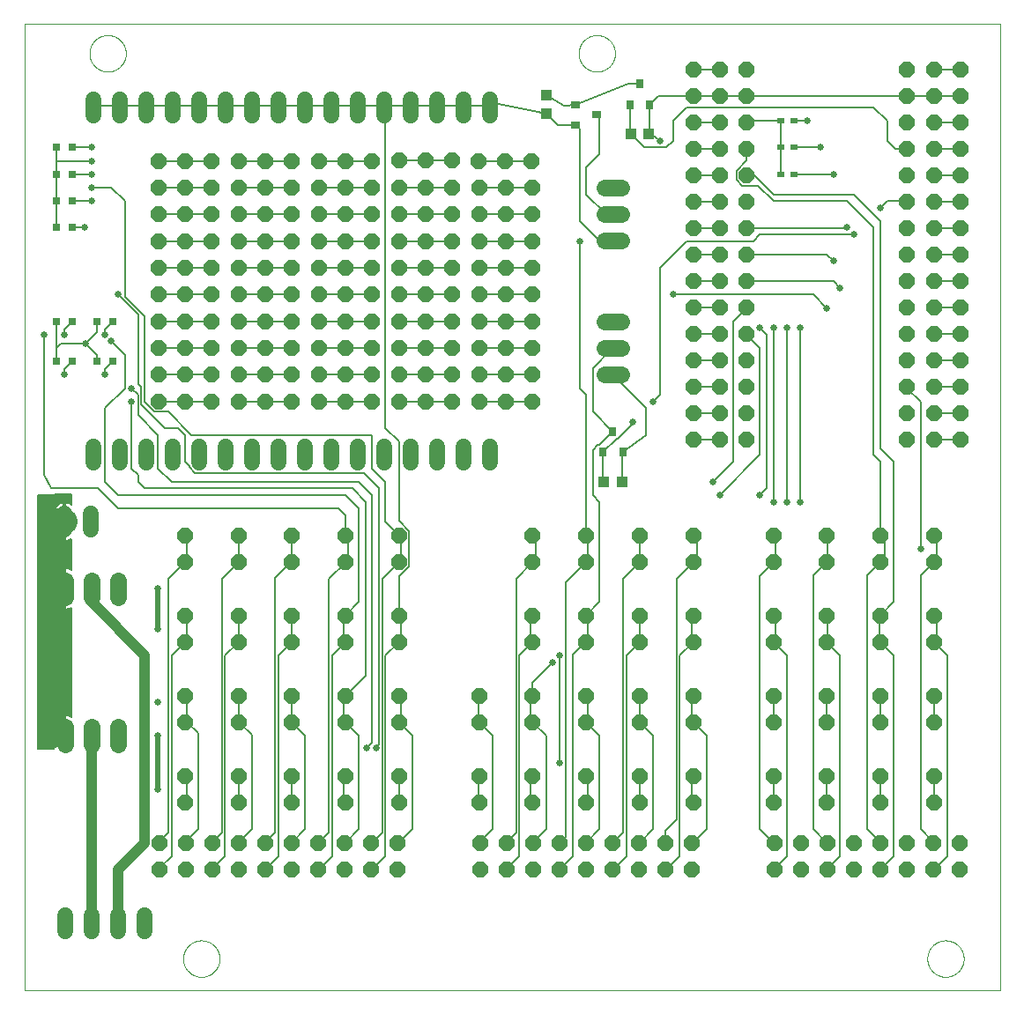
<source format=gtl>
G75*
%MOIN*%
%OFA0B0*%
%FSLAX25Y25*%
%IPPOS*%
%LPD*%
%AMOC8*
5,1,8,0,0,1.08239X$1,22.5*
%
%ADD10C,0.00000*%
%ADD11OC8,0.06000*%
%ADD12C,0.06000*%
%ADD13C,0.06496*%
%ADD14R,0.03150X0.03150*%
%ADD15R,0.03543X0.03150*%
%ADD16R,0.04331X0.03937*%
%ADD17R,0.03150X0.03543*%
%ADD18R,0.03937X0.04331*%
%ADD19R,0.02756X0.01969*%
%ADD20C,0.00600*%
%ADD21C,0.02578*%
%ADD22C,0.02000*%
%ADD23C,0.10000*%
%ADD24C,0.04000*%
D10*
X0001347Y0001000D02*
X0001347Y0366551D01*
X0370402Y0366551D01*
X0370402Y0001000D01*
X0001347Y0001000D01*
X0061386Y0012811D02*
X0061388Y0012980D01*
X0061394Y0013149D01*
X0061405Y0013318D01*
X0061419Y0013486D01*
X0061438Y0013654D01*
X0061461Y0013822D01*
X0061487Y0013989D01*
X0061518Y0014155D01*
X0061553Y0014321D01*
X0061592Y0014485D01*
X0061636Y0014649D01*
X0061683Y0014811D01*
X0061734Y0014972D01*
X0061789Y0015132D01*
X0061848Y0015291D01*
X0061910Y0015448D01*
X0061977Y0015603D01*
X0062048Y0015757D01*
X0062122Y0015909D01*
X0062200Y0016059D01*
X0062281Y0016207D01*
X0062366Y0016353D01*
X0062455Y0016497D01*
X0062547Y0016639D01*
X0062643Y0016778D01*
X0062742Y0016915D01*
X0062844Y0017050D01*
X0062950Y0017182D01*
X0063059Y0017311D01*
X0063171Y0017438D01*
X0063286Y0017562D01*
X0063404Y0017683D01*
X0063525Y0017801D01*
X0063649Y0017916D01*
X0063776Y0018028D01*
X0063905Y0018137D01*
X0064037Y0018243D01*
X0064172Y0018345D01*
X0064309Y0018444D01*
X0064448Y0018540D01*
X0064590Y0018632D01*
X0064734Y0018721D01*
X0064880Y0018806D01*
X0065028Y0018887D01*
X0065178Y0018965D01*
X0065330Y0019039D01*
X0065484Y0019110D01*
X0065639Y0019177D01*
X0065796Y0019239D01*
X0065955Y0019298D01*
X0066115Y0019353D01*
X0066276Y0019404D01*
X0066438Y0019451D01*
X0066602Y0019495D01*
X0066766Y0019534D01*
X0066932Y0019569D01*
X0067098Y0019600D01*
X0067265Y0019626D01*
X0067433Y0019649D01*
X0067601Y0019668D01*
X0067769Y0019682D01*
X0067938Y0019693D01*
X0068107Y0019699D01*
X0068276Y0019701D01*
X0068445Y0019699D01*
X0068614Y0019693D01*
X0068783Y0019682D01*
X0068951Y0019668D01*
X0069119Y0019649D01*
X0069287Y0019626D01*
X0069454Y0019600D01*
X0069620Y0019569D01*
X0069786Y0019534D01*
X0069950Y0019495D01*
X0070114Y0019451D01*
X0070276Y0019404D01*
X0070437Y0019353D01*
X0070597Y0019298D01*
X0070756Y0019239D01*
X0070913Y0019177D01*
X0071068Y0019110D01*
X0071222Y0019039D01*
X0071374Y0018965D01*
X0071524Y0018887D01*
X0071672Y0018806D01*
X0071818Y0018721D01*
X0071962Y0018632D01*
X0072104Y0018540D01*
X0072243Y0018444D01*
X0072380Y0018345D01*
X0072515Y0018243D01*
X0072647Y0018137D01*
X0072776Y0018028D01*
X0072903Y0017916D01*
X0073027Y0017801D01*
X0073148Y0017683D01*
X0073266Y0017562D01*
X0073381Y0017438D01*
X0073493Y0017311D01*
X0073602Y0017182D01*
X0073708Y0017050D01*
X0073810Y0016915D01*
X0073909Y0016778D01*
X0074005Y0016639D01*
X0074097Y0016497D01*
X0074186Y0016353D01*
X0074271Y0016207D01*
X0074352Y0016059D01*
X0074430Y0015909D01*
X0074504Y0015757D01*
X0074575Y0015603D01*
X0074642Y0015448D01*
X0074704Y0015291D01*
X0074763Y0015132D01*
X0074818Y0014972D01*
X0074869Y0014811D01*
X0074916Y0014649D01*
X0074960Y0014485D01*
X0074999Y0014321D01*
X0075034Y0014155D01*
X0075065Y0013989D01*
X0075091Y0013822D01*
X0075114Y0013654D01*
X0075133Y0013486D01*
X0075147Y0013318D01*
X0075158Y0013149D01*
X0075164Y0012980D01*
X0075166Y0012811D01*
X0075164Y0012642D01*
X0075158Y0012473D01*
X0075147Y0012304D01*
X0075133Y0012136D01*
X0075114Y0011968D01*
X0075091Y0011800D01*
X0075065Y0011633D01*
X0075034Y0011467D01*
X0074999Y0011301D01*
X0074960Y0011137D01*
X0074916Y0010973D01*
X0074869Y0010811D01*
X0074818Y0010650D01*
X0074763Y0010490D01*
X0074704Y0010331D01*
X0074642Y0010174D01*
X0074575Y0010019D01*
X0074504Y0009865D01*
X0074430Y0009713D01*
X0074352Y0009563D01*
X0074271Y0009415D01*
X0074186Y0009269D01*
X0074097Y0009125D01*
X0074005Y0008983D01*
X0073909Y0008844D01*
X0073810Y0008707D01*
X0073708Y0008572D01*
X0073602Y0008440D01*
X0073493Y0008311D01*
X0073381Y0008184D01*
X0073266Y0008060D01*
X0073148Y0007939D01*
X0073027Y0007821D01*
X0072903Y0007706D01*
X0072776Y0007594D01*
X0072647Y0007485D01*
X0072515Y0007379D01*
X0072380Y0007277D01*
X0072243Y0007178D01*
X0072104Y0007082D01*
X0071962Y0006990D01*
X0071818Y0006901D01*
X0071672Y0006816D01*
X0071524Y0006735D01*
X0071374Y0006657D01*
X0071222Y0006583D01*
X0071068Y0006512D01*
X0070913Y0006445D01*
X0070756Y0006383D01*
X0070597Y0006324D01*
X0070437Y0006269D01*
X0070276Y0006218D01*
X0070114Y0006171D01*
X0069950Y0006127D01*
X0069786Y0006088D01*
X0069620Y0006053D01*
X0069454Y0006022D01*
X0069287Y0005996D01*
X0069119Y0005973D01*
X0068951Y0005954D01*
X0068783Y0005940D01*
X0068614Y0005929D01*
X0068445Y0005923D01*
X0068276Y0005921D01*
X0068107Y0005923D01*
X0067938Y0005929D01*
X0067769Y0005940D01*
X0067601Y0005954D01*
X0067433Y0005973D01*
X0067265Y0005996D01*
X0067098Y0006022D01*
X0066932Y0006053D01*
X0066766Y0006088D01*
X0066602Y0006127D01*
X0066438Y0006171D01*
X0066276Y0006218D01*
X0066115Y0006269D01*
X0065955Y0006324D01*
X0065796Y0006383D01*
X0065639Y0006445D01*
X0065484Y0006512D01*
X0065330Y0006583D01*
X0065178Y0006657D01*
X0065028Y0006735D01*
X0064880Y0006816D01*
X0064734Y0006901D01*
X0064590Y0006990D01*
X0064448Y0007082D01*
X0064309Y0007178D01*
X0064172Y0007277D01*
X0064037Y0007379D01*
X0063905Y0007485D01*
X0063776Y0007594D01*
X0063649Y0007706D01*
X0063525Y0007821D01*
X0063404Y0007939D01*
X0063286Y0008060D01*
X0063171Y0008184D01*
X0063059Y0008311D01*
X0062950Y0008440D01*
X0062844Y0008572D01*
X0062742Y0008707D01*
X0062643Y0008844D01*
X0062547Y0008983D01*
X0062455Y0009125D01*
X0062366Y0009269D01*
X0062281Y0009415D01*
X0062200Y0009563D01*
X0062122Y0009713D01*
X0062048Y0009865D01*
X0061977Y0010019D01*
X0061910Y0010174D01*
X0061848Y0010331D01*
X0061789Y0010490D01*
X0061734Y0010650D01*
X0061683Y0010811D01*
X0061636Y0010973D01*
X0061592Y0011137D01*
X0061553Y0011301D01*
X0061518Y0011467D01*
X0061487Y0011633D01*
X0061461Y0011800D01*
X0061438Y0011968D01*
X0061419Y0012136D01*
X0061405Y0012304D01*
X0061394Y0012473D01*
X0061388Y0012642D01*
X0061386Y0012811D01*
X0342882Y0012811D02*
X0342884Y0012980D01*
X0342890Y0013149D01*
X0342901Y0013318D01*
X0342915Y0013486D01*
X0342934Y0013654D01*
X0342957Y0013822D01*
X0342983Y0013989D01*
X0343014Y0014155D01*
X0343049Y0014321D01*
X0343088Y0014485D01*
X0343132Y0014649D01*
X0343179Y0014811D01*
X0343230Y0014972D01*
X0343285Y0015132D01*
X0343344Y0015291D01*
X0343406Y0015448D01*
X0343473Y0015603D01*
X0343544Y0015757D01*
X0343618Y0015909D01*
X0343696Y0016059D01*
X0343777Y0016207D01*
X0343862Y0016353D01*
X0343951Y0016497D01*
X0344043Y0016639D01*
X0344139Y0016778D01*
X0344238Y0016915D01*
X0344340Y0017050D01*
X0344446Y0017182D01*
X0344555Y0017311D01*
X0344667Y0017438D01*
X0344782Y0017562D01*
X0344900Y0017683D01*
X0345021Y0017801D01*
X0345145Y0017916D01*
X0345272Y0018028D01*
X0345401Y0018137D01*
X0345533Y0018243D01*
X0345668Y0018345D01*
X0345805Y0018444D01*
X0345944Y0018540D01*
X0346086Y0018632D01*
X0346230Y0018721D01*
X0346376Y0018806D01*
X0346524Y0018887D01*
X0346674Y0018965D01*
X0346826Y0019039D01*
X0346980Y0019110D01*
X0347135Y0019177D01*
X0347292Y0019239D01*
X0347451Y0019298D01*
X0347611Y0019353D01*
X0347772Y0019404D01*
X0347934Y0019451D01*
X0348098Y0019495D01*
X0348262Y0019534D01*
X0348428Y0019569D01*
X0348594Y0019600D01*
X0348761Y0019626D01*
X0348929Y0019649D01*
X0349097Y0019668D01*
X0349265Y0019682D01*
X0349434Y0019693D01*
X0349603Y0019699D01*
X0349772Y0019701D01*
X0349941Y0019699D01*
X0350110Y0019693D01*
X0350279Y0019682D01*
X0350447Y0019668D01*
X0350615Y0019649D01*
X0350783Y0019626D01*
X0350950Y0019600D01*
X0351116Y0019569D01*
X0351282Y0019534D01*
X0351446Y0019495D01*
X0351610Y0019451D01*
X0351772Y0019404D01*
X0351933Y0019353D01*
X0352093Y0019298D01*
X0352252Y0019239D01*
X0352409Y0019177D01*
X0352564Y0019110D01*
X0352718Y0019039D01*
X0352870Y0018965D01*
X0353020Y0018887D01*
X0353168Y0018806D01*
X0353314Y0018721D01*
X0353458Y0018632D01*
X0353600Y0018540D01*
X0353739Y0018444D01*
X0353876Y0018345D01*
X0354011Y0018243D01*
X0354143Y0018137D01*
X0354272Y0018028D01*
X0354399Y0017916D01*
X0354523Y0017801D01*
X0354644Y0017683D01*
X0354762Y0017562D01*
X0354877Y0017438D01*
X0354989Y0017311D01*
X0355098Y0017182D01*
X0355204Y0017050D01*
X0355306Y0016915D01*
X0355405Y0016778D01*
X0355501Y0016639D01*
X0355593Y0016497D01*
X0355682Y0016353D01*
X0355767Y0016207D01*
X0355848Y0016059D01*
X0355926Y0015909D01*
X0356000Y0015757D01*
X0356071Y0015603D01*
X0356138Y0015448D01*
X0356200Y0015291D01*
X0356259Y0015132D01*
X0356314Y0014972D01*
X0356365Y0014811D01*
X0356412Y0014649D01*
X0356456Y0014485D01*
X0356495Y0014321D01*
X0356530Y0014155D01*
X0356561Y0013989D01*
X0356587Y0013822D01*
X0356610Y0013654D01*
X0356629Y0013486D01*
X0356643Y0013318D01*
X0356654Y0013149D01*
X0356660Y0012980D01*
X0356662Y0012811D01*
X0356660Y0012642D01*
X0356654Y0012473D01*
X0356643Y0012304D01*
X0356629Y0012136D01*
X0356610Y0011968D01*
X0356587Y0011800D01*
X0356561Y0011633D01*
X0356530Y0011467D01*
X0356495Y0011301D01*
X0356456Y0011137D01*
X0356412Y0010973D01*
X0356365Y0010811D01*
X0356314Y0010650D01*
X0356259Y0010490D01*
X0356200Y0010331D01*
X0356138Y0010174D01*
X0356071Y0010019D01*
X0356000Y0009865D01*
X0355926Y0009713D01*
X0355848Y0009563D01*
X0355767Y0009415D01*
X0355682Y0009269D01*
X0355593Y0009125D01*
X0355501Y0008983D01*
X0355405Y0008844D01*
X0355306Y0008707D01*
X0355204Y0008572D01*
X0355098Y0008440D01*
X0354989Y0008311D01*
X0354877Y0008184D01*
X0354762Y0008060D01*
X0354644Y0007939D01*
X0354523Y0007821D01*
X0354399Y0007706D01*
X0354272Y0007594D01*
X0354143Y0007485D01*
X0354011Y0007379D01*
X0353876Y0007277D01*
X0353739Y0007178D01*
X0353600Y0007082D01*
X0353458Y0006990D01*
X0353314Y0006901D01*
X0353168Y0006816D01*
X0353020Y0006735D01*
X0352870Y0006657D01*
X0352718Y0006583D01*
X0352564Y0006512D01*
X0352409Y0006445D01*
X0352252Y0006383D01*
X0352093Y0006324D01*
X0351933Y0006269D01*
X0351772Y0006218D01*
X0351610Y0006171D01*
X0351446Y0006127D01*
X0351282Y0006088D01*
X0351116Y0006053D01*
X0350950Y0006022D01*
X0350783Y0005996D01*
X0350615Y0005973D01*
X0350447Y0005954D01*
X0350279Y0005940D01*
X0350110Y0005929D01*
X0349941Y0005923D01*
X0349772Y0005921D01*
X0349603Y0005923D01*
X0349434Y0005929D01*
X0349265Y0005940D01*
X0349097Y0005954D01*
X0348929Y0005973D01*
X0348761Y0005996D01*
X0348594Y0006022D01*
X0348428Y0006053D01*
X0348262Y0006088D01*
X0348098Y0006127D01*
X0347934Y0006171D01*
X0347772Y0006218D01*
X0347611Y0006269D01*
X0347451Y0006324D01*
X0347292Y0006383D01*
X0347135Y0006445D01*
X0346980Y0006512D01*
X0346826Y0006583D01*
X0346674Y0006657D01*
X0346524Y0006735D01*
X0346376Y0006816D01*
X0346230Y0006901D01*
X0346086Y0006990D01*
X0345944Y0007082D01*
X0345805Y0007178D01*
X0345668Y0007277D01*
X0345533Y0007379D01*
X0345401Y0007485D01*
X0345272Y0007594D01*
X0345145Y0007706D01*
X0345021Y0007821D01*
X0344900Y0007939D01*
X0344782Y0008060D01*
X0344667Y0008184D01*
X0344555Y0008311D01*
X0344446Y0008440D01*
X0344340Y0008572D01*
X0344238Y0008707D01*
X0344139Y0008844D01*
X0344043Y0008983D01*
X0343951Y0009125D01*
X0343862Y0009269D01*
X0343777Y0009415D01*
X0343696Y0009563D01*
X0343618Y0009713D01*
X0343544Y0009865D01*
X0343473Y0010019D01*
X0343406Y0010174D01*
X0343344Y0010331D01*
X0343285Y0010490D01*
X0343230Y0010650D01*
X0343179Y0010811D01*
X0343132Y0010973D01*
X0343088Y0011137D01*
X0343049Y0011301D01*
X0343014Y0011467D01*
X0342983Y0011633D01*
X0342957Y0011800D01*
X0342934Y0011968D01*
X0342915Y0012136D01*
X0342901Y0012304D01*
X0342890Y0012473D01*
X0342884Y0012642D01*
X0342882Y0012811D01*
X0210993Y0355331D02*
X0210995Y0355500D01*
X0211001Y0355669D01*
X0211012Y0355838D01*
X0211026Y0356006D01*
X0211045Y0356174D01*
X0211068Y0356342D01*
X0211094Y0356509D01*
X0211125Y0356675D01*
X0211160Y0356841D01*
X0211199Y0357005D01*
X0211243Y0357169D01*
X0211290Y0357331D01*
X0211341Y0357492D01*
X0211396Y0357652D01*
X0211455Y0357811D01*
X0211517Y0357968D01*
X0211584Y0358123D01*
X0211655Y0358277D01*
X0211729Y0358429D01*
X0211807Y0358579D01*
X0211888Y0358727D01*
X0211973Y0358873D01*
X0212062Y0359017D01*
X0212154Y0359159D01*
X0212250Y0359298D01*
X0212349Y0359435D01*
X0212451Y0359570D01*
X0212557Y0359702D01*
X0212666Y0359831D01*
X0212778Y0359958D01*
X0212893Y0360082D01*
X0213011Y0360203D01*
X0213132Y0360321D01*
X0213256Y0360436D01*
X0213383Y0360548D01*
X0213512Y0360657D01*
X0213644Y0360763D01*
X0213779Y0360865D01*
X0213916Y0360964D01*
X0214055Y0361060D01*
X0214197Y0361152D01*
X0214341Y0361241D01*
X0214487Y0361326D01*
X0214635Y0361407D01*
X0214785Y0361485D01*
X0214937Y0361559D01*
X0215091Y0361630D01*
X0215246Y0361697D01*
X0215403Y0361759D01*
X0215562Y0361818D01*
X0215722Y0361873D01*
X0215883Y0361924D01*
X0216045Y0361971D01*
X0216209Y0362015D01*
X0216373Y0362054D01*
X0216539Y0362089D01*
X0216705Y0362120D01*
X0216872Y0362146D01*
X0217040Y0362169D01*
X0217208Y0362188D01*
X0217376Y0362202D01*
X0217545Y0362213D01*
X0217714Y0362219D01*
X0217883Y0362221D01*
X0218052Y0362219D01*
X0218221Y0362213D01*
X0218390Y0362202D01*
X0218558Y0362188D01*
X0218726Y0362169D01*
X0218894Y0362146D01*
X0219061Y0362120D01*
X0219227Y0362089D01*
X0219393Y0362054D01*
X0219557Y0362015D01*
X0219721Y0361971D01*
X0219883Y0361924D01*
X0220044Y0361873D01*
X0220204Y0361818D01*
X0220363Y0361759D01*
X0220520Y0361697D01*
X0220675Y0361630D01*
X0220829Y0361559D01*
X0220981Y0361485D01*
X0221131Y0361407D01*
X0221279Y0361326D01*
X0221425Y0361241D01*
X0221569Y0361152D01*
X0221711Y0361060D01*
X0221850Y0360964D01*
X0221987Y0360865D01*
X0222122Y0360763D01*
X0222254Y0360657D01*
X0222383Y0360548D01*
X0222510Y0360436D01*
X0222634Y0360321D01*
X0222755Y0360203D01*
X0222873Y0360082D01*
X0222988Y0359958D01*
X0223100Y0359831D01*
X0223209Y0359702D01*
X0223315Y0359570D01*
X0223417Y0359435D01*
X0223516Y0359298D01*
X0223612Y0359159D01*
X0223704Y0359017D01*
X0223793Y0358873D01*
X0223878Y0358727D01*
X0223959Y0358579D01*
X0224037Y0358429D01*
X0224111Y0358277D01*
X0224182Y0358123D01*
X0224249Y0357968D01*
X0224311Y0357811D01*
X0224370Y0357652D01*
X0224425Y0357492D01*
X0224476Y0357331D01*
X0224523Y0357169D01*
X0224567Y0357005D01*
X0224606Y0356841D01*
X0224641Y0356675D01*
X0224672Y0356509D01*
X0224698Y0356342D01*
X0224721Y0356174D01*
X0224740Y0356006D01*
X0224754Y0355838D01*
X0224765Y0355669D01*
X0224771Y0355500D01*
X0224773Y0355331D01*
X0224771Y0355162D01*
X0224765Y0354993D01*
X0224754Y0354824D01*
X0224740Y0354656D01*
X0224721Y0354488D01*
X0224698Y0354320D01*
X0224672Y0354153D01*
X0224641Y0353987D01*
X0224606Y0353821D01*
X0224567Y0353657D01*
X0224523Y0353493D01*
X0224476Y0353331D01*
X0224425Y0353170D01*
X0224370Y0353010D01*
X0224311Y0352851D01*
X0224249Y0352694D01*
X0224182Y0352539D01*
X0224111Y0352385D01*
X0224037Y0352233D01*
X0223959Y0352083D01*
X0223878Y0351935D01*
X0223793Y0351789D01*
X0223704Y0351645D01*
X0223612Y0351503D01*
X0223516Y0351364D01*
X0223417Y0351227D01*
X0223315Y0351092D01*
X0223209Y0350960D01*
X0223100Y0350831D01*
X0222988Y0350704D01*
X0222873Y0350580D01*
X0222755Y0350459D01*
X0222634Y0350341D01*
X0222510Y0350226D01*
X0222383Y0350114D01*
X0222254Y0350005D01*
X0222122Y0349899D01*
X0221987Y0349797D01*
X0221850Y0349698D01*
X0221711Y0349602D01*
X0221569Y0349510D01*
X0221425Y0349421D01*
X0221279Y0349336D01*
X0221131Y0349255D01*
X0220981Y0349177D01*
X0220829Y0349103D01*
X0220675Y0349032D01*
X0220520Y0348965D01*
X0220363Y0348903D01*
X0220204Y0348844D01*
X0220044Y0348789D01*
X0219883Y0348738D01*
X0219721Y0348691D01*
X0219557Y0348647D01*
X0219393Y0348608D01*
X0219227Y0348573D01*
X0219061Y0348542D01*
X0218894Y0348516D01*
X0218726Y0348493D01*
X0218558Y0348474D01*
X0218390Y0348460D01*
X0218221Y0348449D01*
X0218052Y0348443D01*
X0217883Y0348441D01*
X0217714Y0348443D01*
X0217545Y0348449D01*
X0217376Y0348460D01*
X0217208Y0348474D01*
X0217040Y0348493D01*
X0216872Y0348516D01*
X0216705Y0348542D01*
X0216539Y0348573D01*
X0216373Y0348608D01*
X0216209Y0348647D01*
X0216045Y0348691D01*
X0215883Y0348738D01*
X0215722Y0348789D01*
X0215562Y0348844D01*
X0215403Y0348903D01*
X0215246Y0348965D01*
X0215091Y0349032D01*
X0214937Y0349103D01*
X0214785Y0349177D01*
X0214635Y0349255D01*
X0214487Y0349336D01*
X0214341Y0349421D01*
X0214197Y0349510D01*
X0214055Y0349602D01*
X0213916Y0349698D01*
X0213779Y0349797D01*
X0213644Y0349899D01*
X0213512Y0350005D01*
X0213383Y0350114D01*
X0213256Y0350226D01*
X0213132Y0350341D01*
X0213011Y0350459D01*
X0212893Y0350580D01*
X0212778Y0350704D01*
X0212666Y0350831D01*
X0212557Y0350960D01*
X0212451Y0351092D01*
X0212349Y0351227D01*
X0212250Y0351364D01*
X0212154Y0351503D01*
X0212062Y0351645D01*
X0211973Y0351789D01*
X0211888Y0351935D01*
X0211807Y0352083D01*
X0211729Y0352233D01*
X0211655Y0352385D01*
X0211584Y0352539D01*
X0211517Y0352694D01*
X0211455Y0352851D01*
X0211396Y0353010D01*
X0211341Y0353170D01*
X0211290Y0353331D01*
X0211243Y0353493D01*
X0211199Y0353657D01*
X0211160Y0353821D01*
X0211125Y0353987D01*
X0211094Y0354153D01*
X0211068Y0354320D01*
X0211045Y0354488D01*
X0211026Y0354656D01*
X0211012Y0354824D01*
X0211001Y0354993D01*
X0210995Y0355162D01*
X0210993Y0355331D01*
X0025953Y0355331D02*
X0025955Y0355500D01*
X0025961Y0355669D01*
X0025972Y0355838D01*
X0025986Y0356006D01*
X0026005Y0356174D01*
X0026028Y0356342D01*
X0026054Y0356509D01*
X0026085Y0356675D01*
X0026120Y0356841D01*
X0026159Y0357005D01*
X0026203Y0357169D01*
X0026250Y0357331D01*
X0026301Y0357492D01*
X0026356Y0357652D01*
X0026415Y0357811D01*
X0026477Y0357968D01*
X0026544Y0358123D01*
X0026615Y0358277D01*
X0026689Y0358429D01*
X0026767Y0358579D01*
X0026848Y0358727D01*
X0026933Y0358873D01*
X0027022Y0359017D01*
X0027114Y0359159D01*
X0027210Y0359298D01*
X0027309Y0359435D01*
X0027411Y0359570D01*
X0027517Y0359702D01*
X0027626Y0359831D01*
X0027738Y0359958D01*
X0027853Y0360082D01*
X0027971Y0360203D01*
X0028092Y0360321D01*
X0028216Y0360436D01*
X0028343Y0360548D01*
X0028472Y0360657D01*
X0028604Y0360763D01*
X0028739Y0360865D01*
X0028876Y0360964D01*
X0029015Y0361060D01*
X0029157Y0361152D01*
X0029301Y0361241D01*
X0029447Y0361326D01*
X0029595Y0361407D01*
X0029745Y0361485D01*
X0029897Y0361559D01*
X0030051Y0361630D01*
X0030206Y0361697D01*
X0030363Y0361759D01*
X0030522Y0361818D01*
X0030682Y0361873D01*
X0030843Y0361924D01*
X0031005Y0361971D01*
X0031169Y0362015D01*
X0031333Y0362054D01*
X0031499Y0362089D01*
X0031665Y0362120D01*
X0031832Y0362146D01*
X0032000Y0362169D01*
X0032168Y0362188D01*
X0032336Y0362202D01*
X0032505Y0362213D01*
X0032674Y0362219D01*
X0032843Y0362221D01*
X0033012Y0362219D01*
X0033181Y0362213D01*
X0033350Y0362202D01*
X0033518Y0362188D01*
X0033686Y0362169D01*
X0033854Y0362146D01*
X0034021Y0362120D01*
X0034187Y0362089D01*
X0034353Y0362054D01*
X0034517Y0362015D01*
X0034681Y0361971D01*
X0034843Y0361924D01*
X0035004Y0361873D01*
X0035164Y0361818D01*
X0035323Y0361759D01*
X0035480Y0361697D01*
X0035635Y0361630D01*
X0035789Y0361559D01*
X0035941Y0361485D01*
X0036091Y0361407D01*
X0036239Y0361326D01*
X0036385Y0361241D01*
X0036529Y0361152D01*
X0036671Y0361060D01*
X0036810Y0360964D01*
X0036947Y0360865D01*
X0037082Y0360763D01*
X0037214Y0360657D01*
X0037343Y0360548D01*
X0037470Y0360436D01*
X0037594Y0360321D01*
X0037715Y0360203D01*
X0037833Y0360082D01*
X0037948Y0359958D01*
X0038060Y0359831D01*
X0038169Y0359702D01*
X0038275Y0359570D01*
X0038377Y0359435D01*
X0038476Y0359298D01*
X0038572Y0359159D01*
X0038664Y0359017D01*
X0038753Y0358873D01*
X0038838Y0358727D01*
X0038919Y0358579D01*
X0038997Y0358429D01*
X0039071Y0358277D01*
X0039142Y0358123D01*
X0039209Y0357968D01*
X0039271Y0357811D01*
X0039330Y0357652D01*
X0039385Y0357492D01*
X0039436Y0357331D01*
X0039483Y0357169D01*
X0039527Y0357005D01*
X0039566Y0356841D01*
X0039601Y0356675D01*
X0039632Y0356509D01*
X0039658Y0356342D01*
X0039681Y0356174D01*
X0039700Y0356006D01*
X0039714Y0355838D01*
X0039725Y0355669D01*
X0039731Y0355500D01*
X0039733Y0355331D01*
X0039731Y0355162D01*
X0039725Y0354993D01*
X0039714Y0354824D01*
X0039700Y0354656D01*
X0039681Y0354488D01*
X0039658Y0354320D01*
X0039632Y0354153D01*
X0039601Y0353987D01*
X0039566Y0353821D01*
X0039527Y0353657D01*
X0039483Y0353493D01*
X0039436Y0353331D01*
X0039385Y0353170D01*
X0039330Y0353010D01*
X0039271Y0352851D01*
X0039209Y0352694D01*
X0039142Y0352539D01*
X0039071Y0352385D01*
X0038997Y0352233D01*
X0038919Y0352083D01*
X0038838Y0351935D01*
X0038753Y0351789D01*
X0038664Y0351645D01*
X0038572Y0351503D01*
X0038476Y0351364D01*
X0038377Y0351227D01*
X0038275Y0351092D01*
X0038169Y0350960D01*
X0038060Y0350831D01*
X0037948Y0350704D01*
X0037833Y0350580D01*
X0037715Y0350459D01*
X0037594Y0350341D01*
X0037470Y0350226D01*
X0037343Y0350114D01*
X0037214Y0350005D01*
X0037082Y0349899D01*
X0036947Y0349797D01*
X0036810Y0349698D01*
X0036671Y0349602D01*
X0036529Y0349510D01*
X0036385Y0349421D01*
X0036239Y0349336D01*
X0036091Y0349255D01*
X0035941Y0349177D01*
X0035789Y0349103D01*
X0035635Y0349032D01*
X0035480Y0348965D01*
X0035323Y0348903D01*
X0035164Y0348844D01*
X0035004Y0348789D01*
X0034843Y0348738D01*
X0034681Y0348691D01*
X0034517Y0348647D01*
X0034353Y0348608D01*
X0034187Y0348573D01*
X0034021Y0348542D01*
X0033854Y0348516D01*
X0033686Y0348493D01*
X0033518Y0348474D01*
X0033350Y0348460D01*
X0033181Y0348449D01*
X0033012Y0348443D01*
X0032843Y0348441D01*
X0032674Y0348443D01*
X0032505Y0348449D01*
X0032336Y0348460D01*
X0032168Y0348474D01*
X0032000Y0348493D01*
X0031832Y0348516D01*
X0031665Y0348542D01*
X0031499Y0348573D01*
X0031333Y0348608D01*
X0031169Y0348647D01*
X0031005Y0348691D01*
X0030843Y0348738D01*
X0030682Y0348789D01*
X0030522Y0348844D01*
X0030363Y0348903D01*
X0030206Y0348965D01*
X0030051Y0349032D01*
X0029897Y0349103D01*
X0029745Y0349177D01*
X0029595Y0349255D01*
X0029447Y0349336D01*
X0029301Y0349421D01*
X0029157Y0349510D01*
X0029015Y0349602D01*
X0028876Y0349698D01*
X0028739Y0349797D01*
X0028604Y0349899D01*
X0028472Y0350005D01*
X0028343Y0350114D01*
X0028216Y0350226D01*
X0028092Y0350341D01*
X0027971Y0350459D01*
X0027853Y0350580D01*
X0027738Y0350704D01*
X0027626Y0350831D01*
X0027517Y0350960D01*
X0027411Y0351092D01*
X0027309Y0351227D01*
X0027210Y0351364D01*
X0027114Y0351503D01*
X0027022Y0351645D01*
X0026933Y0351789D01*
X0026848Y0351935D01*
X0026767Y0352083D01*
X0026689Y0352233D01*
X0026615Y0352385D01*
X0026544Y0352539D01*
X0026477Y0352694D01*
X0026415Y0352851D01*
X0026356Y0353010D01*
X0026301Y0353170D01*
X0026250Y0353331D01*
X0026203Y0353493D01*
X0026159Y0353657D01*
X0026120Y0353821D01*
X0026085Y0353987D01*
X0026054Y0354153D01*
X0026028Y0354320D01*
X0026005Y0354488D01*
X0025986Y0354656D01*
X0025972Y0354824D01*
X0025961Y0354993D01*
X0025955Y0355162D01*
X0025953Y0355331D01*
D11*
X0052056Y0314661D03*
X0062056Y0314661D03*
X0072056Y0314661D03*
X0072056Y0304543D03*
X0072056Y0294425D03*
X0062056Y0294425D03*
X0052056Y0294425D03*
X0052056Y0304543D03*
X0062056Y0304543D03*
X0062056Y0284307D03*
X0052056Y0284307D03*
X0052056Y0274189D03*
X0062056Y0274189D03*
X0072056Y0274189D03*
X0072056Y0284307D03*
X0082410Y0284307D03*
X0092410Y0284307D03*
X0102410Y0284307D03*
X0102410Y0274189D03*
X0092410Y0274189D03*
X0082410Y0274189D03*
X0082410Y0264071D03*
X0092410Y0264071D03*
X0092410Y0253953D03*
X0082410Y0253953D03*
X0082410Y0243835D03*
X0092410Y0243835D03*
X0102410Y0243835D03*
X0102410Y0253953D03*
X0102410Y0264071D03*
X0112764Y0264071D03*
X0112764Y0253953D03*
X0122764Y0253953D03*
X0132764Y0253953D03*
X0132764Y0264071D03*
X0122764Y0264071D03*
X0122764Y0274189D03*
X0132764Y0274189D03*
X0132764Y0284307D03*
X0122764Y0284307D03*
X0112764Y0284307D03*
X0112764Y0274189D03*
X0112764Y0294425D03*
X0112764Y0304543D03*
X0122764Y0304543D03*
X0132764Y0304543D03*
X0132764Y0294425D03*
X0122764Y0294425D03*
X0122764Y0314661D03*
X0132764Y0314661D03*
X0143178Y0314807D03*
X0153178Y0314807D03*
X0163178Y0314807D03*
X0173178Y0314598D03*
X0183178Y0314598D03*
X0193178Y0314598D03*
X0193473Y0304543D03*
X0193473Y0294425D03*
X0183473Y0294425D03*
X0183473Y0304543D03*
X0173473Y0304543D03*
X0173473Y0294425D03*
X0173473Y0284307D03*
X0183473Y0284307D03*
X0193473Y0284307D03*
X0193473Y0274189D03*
X0183473Y0274189D03*
X0173473Y0274189D03*
X0173473Y0264071D03*
X0173473Y0253953D03*
X0183473Y0253953D03*
X0183473Y0264071D03*
X0193473Y0264071D03*
X0193473Y0253953D03*
X0193473Y0243835D03*
X0183473Y0243835D03*
X0173473Y0243835D03*
X0173473Y0233717D03*
X0183473Y0233717D03*
X0193473Y0233717D03*
X0193473Y0223598D03*
X0183473Y0223598D03*
X0173473Y0223598D03*
X0163119Y0223598D03*
X0153119Y0223598D03*
X0143119Y0223598D03*
X0143119Y0233717D03*
X0153119Y0233717D03*
X0163119Y0233717D03*
X0163119Y0243835D03*
X0153119Y0243835D03*
X0143119Y0243835D03*
X0143119Y0253953D03*
X0143119Y0264071D03*
X0153119Y0264071D03*
X0163119Y0264071D03*
X0163119Y0253953D03*
X0153119Y0253953D03*
X0153119Y0274189D03*
X0163119Y0274189D03*
X0163119Y0284307D03*
X0153119Y0284307D03*
X0143119Y0284307D03*
X0143119Y0274189D03*
X0143119Y0294425D03*
X0143119Y0304543D03*
X0153119Y0304543D03*
X0163119Y0304543D03*
X0163119Y0294425D03*
X0153119Y0294425D03*
X0112764Y0314661D03*
X0102410Y0314661D03*
X0092410Y0314661D03*
X0082410Y0314661D03*
X0082410Y0304543D03*
X0092410Y0304543D03*
X0092410Y0294425D03*
X0082410Y0294425D03*
X0102410Y0294425D03*
X0102410Y0304543D03*
X0072056Y0264071D03*
X0072056Y0253953D03*
X0062056Y0253953D03*
X0052056Y0253953D03*
X0052056Y0264071D03*
X0062056Y0264071D03*
X0062056Y0243835D03*
X0052056Y0243835D03*
X0052056Y0233717D03*
X0062056Y0233717D03*
X0072056Y0233717D03*
X0072056Y0243835D03*
X0082410Y0233717D03*
X0092410Y0233717D03*
X0102410Y0233717D03*
X0102410Y0223598D03*
X0092410Y0223598D03*
X0082410Y0223598D03*
X0072056Y0223598D03*
X0062056Y0223598D03*
X0052056Y0223598D03*
X0062056Y0173008D03*
X0062056Y0162890D03*
X0082292Y0162890D03*
X0082292Y0173008D03*
X0102528Y0173008D03*
X0102528Y0162890D03*
X0102528Y0142654D03*
X0102528Y0132535D03*
X0082292Y0132535D03*
X0082292Y0142654D03*
X0062056Y0142654D03*
X0062056Y0132535D03*
X0062056Y0112299D03*
X0062056Y0102181D03*
X0062056Y0081945D03*
X0062056Y0071827D03*
X0062469Y0056591D03*
X0052469Y0056591D03*
X0052469Y0046591D03*
X0062469Y0046591D03*
X0072469Y0046591D03*
X0072469Y0056591D03*
X0082469Y0056591D03*
X0092469Y0056591D03*
X0102469Y0056591D03*
X0112469Y0056591D03*
X0122469Y0056591D03*
X0132469Y0056591D03*
X0142469Y0056591D03*
X0142469Y0046591D03*
X0132469Y0046591D03*
X0122469Y0046591D03*
X0112469Y0046591D03*
X0102469Y0046591D03*
X0092469Y0046591D03*
X0082469Y0046591D03*
X0082292Y0071827D03*
X0082292Y0081945D03*
X0082292Y0102181D03*
X0082292Y0112299D03*
X0102528Y0112299D03*
X0102528Y0102181D03*
X0102528Y0081945D03*
X0102528Y0071827D03*
X0122764Y0071827D03*
X0122764Y0081945D03*
X0122764Y0102181D03*
X0122764Y0112299D03*
X0143001Y0112299D03*
X0143001Y0102181D03*
X0143001Y0081945D03*
X0143001Y0071827D03*
X0173355Y0071827D03*
X0173355Y0081945D03*
X0173355Y0102181D03*
X0173355Y0112299D03*
X0193591Y0112299D03*
X0193591Y0102181D03*
X0193591Y0081945D03*
X0193591Y0071827D03*
X0193827Y0056591D03*
X0203827Y0056591D03*
X0203827Y0046591D03*
X0193827Y0046591D03*
X0183827Y0046591D03*
X0173827Y0046591D03*
X0173827Y0056591D03*
X0183827Y0056591D03*
X0213827Y0056591D03*
X0213827Y0046591D03*
X0223827Y0046591D03*
X0233827Y0046591D03*
X0233827Y0056591D03*
X0223827Y0056591D03*
X0213827Y0071827D03*
X0213827Y0081945D03*
X0213827Y0102181D03*
X0213827Y0112299D03*
X0213827Y0132535D03*
X0213827Y0142654D03*
X0193591Y0142654D03*
X0193591Y0132535D03*
X0193591Y0162890D03*
X0193591Y0173008D03*
X0213827Y0173008D03*
X0213827Y0162890D03*
X0234064Y0162890D03*
X0234064Y0173008D03*
X0254300Y0173008D03*
X0254300Y0162890D03*
X0254300Y0142654D03*
X0254300Y0132535D03*
X0234064Y0132535D03*
X0234064Y0142654D03*
X0234064Y0112299D03*
X0234064Y0102181D03*
X0254300Y0102181D03*
X0254300Y0112299D03*
X0254300Y0081945D03*
X0254300Y0071827D03*
X0253827Y0056591D03*
X0243827Y0056591D03*
X0243827Y0046591D03*
X0253827Y0046591D03*
X0234064Y0071827D03*
X0234064Y0081945D03*
X0284654Y0081945D03*
X0284654Y0071827D03*
X0285068Y0056591D03*
X0295068Y0056591D03*
X0305068Y0056591D03*
X0315068Y0056591D03*
X0325068Y0056591D03*
X0335068Y0056591D03*
X0345068Y0056591D03*
X0355068Y0056591D03*
X0355068Y0046591D03*
X0345068Y0046591D03*
X0335068Y0046591D03*
X0325068Y0046591D03*
X0315068Y0046591D03*
X0305068Y0046591D03*
X0295068Y0046591D03*
X0285068Y0046591D03*
X0304890Y0071827D03*
X0304890Y0081945D03*
X0304890Y0102181D03*
X0304890Y0112299D03*
X0325127Y0112299D03*
X0325127Y0102181D03*
X0345363Y0102181D03*
X0345363Y0112299D03*
X0345363Y0132535D03*
X0345363Y0142654D03*
X0325127Y0142654D03*
X0325127Y0132535D03*
X0304890Y0132535D03*
X0304890Y0142654D03*
X0284654Y0142654D03*
X0284654Y0132535D03*
X0284654Y0112299D03*
X0284654Y0102181D03*
X0325127Y0081945D03*
X0325127Y0071827D03*
X0345363Y0071827D03*
X0345363Y0081945D03*
X0345363Y0162890D03*
X0345363Y0173008D03*
X0325127Y0173008D03*
X0325127Y0162890D03*
X0304890Y0162890D03*
X0304890Y0173008D03*
X0284654Y0173008D03*
X0284654Y0162890D03*
X0274536Y0209248D03*
X0264418Y0209248D03*
X0264418Y0219248D03*
X0274536Y0219248D03*
X0274536Y0229248D03*
X0264418Y0229248D03*
X0264418Y0239248D03*
X0264418Y0249248D03*
X0274536Y0249248D03*
X0274536Y0239248D03*
X0274536Y0259248D03*
X0264418Y0259248D03*
X0264418Y0269248D03*
X0264418Y0279248D03*
X0274536Y0279248D03*
X0274536Y0269248D03*
X0274536Y0289248D03*
X0264418Y0289248D03*
X0264418Y0299248D03*
X0274536Y0299248D03*
X0274536Y0309248D03*
X0274536Y0319248D03*
X0264418Y0319248D03*
X0264418Y0309248D03*
X0254300Y0309248D03*
X0254300Y0319248D03*
X0254300Y0329248D03*
X0254300Y0339248D03*
X0254300Y0349248D03*
X0264418Y0349248D03*
X0274536Y0349248D03*
X0274536Y0339248D03*
X0264418Y0339248D03*
X0264418Y0329248D03*
X0274536Y0329248D03*
X0254300Y0299248D03*
X0254300Y0289248D03*
X0254300Y0279248D03*
X0254300Y0269248D03*
X0254300Y0259248D03*
X0254300Y0249248D03*
X0254300Y0239248D03*
X0254300Y0229248D03*
X0254300Y0219248D03*
X0254300Y0209248D03*
X0335245Y0209248D03*
X0345363Y0209248D03*
X0345363Y0219248D03*
X0335245Y0219248D03*
X0335245Y0229248D03*
X0345363Y0229248D03*
X0345363Y0239248D03*
X0345363Y0249248D03*
X0335245Y0249248D03*
X0335245Y0239248D03*
X0335245Y0259248D03*
X0345363Y0259248D03*
X0345363Y0269248D03*
X0345363Y0279248D03*
X0335245Y0279248D03*
X0335245Y0269248D03*
X0335245Y0289248D03*
X0345363Y0289248D03*
X0345363Y0299248D03*
X0335245Y0299248D03*
X0335245Y0309248D03*
X0335245Y0319248D03*
X0345363Y0319248D03*
X0345363Y0309248D03*
X0355481Y0309248D03*
X0355481Y0319248D03*
X0355481Y0329248D03*
X0355481Y0339248D03*
X0355481Y0349248D03*
X0345363Y0349248D03*
X0335245Y0349248D03*
X0335245Y0339248D03*
X0345363Y0339248D03*
X0345363Y0329248D03*
X0335245Y0329248D03*
X0355481Y0299248D03*
X0355481Y0289248D03*
X0355481Y0279248D03*
X0355481Y0269248D03*
X0355481Y0259248D03*
X0355481Y0249248D03*
X0355481Y0239248D03*
X0355481Y0229248D03*
X0355481Y0219248D03*
X0355481Y0209248D03*
X0143001Y0173008D03*
X0143001Y0162890D03*
X0122764Y0162890D03*
X0122764Y0173008D03*
X0122764Y0142654D03*
X0122764Y0132535D03*
X0143001Y0132535D03*
X0143001Y0142654D03*
X0132764Y0223598D03*
X0122764Y0223598D03*
X0112764Y0223598D03*
X0112764Y0233717D03*
X0122764Y0233717D03*
X0132764Y0233717D03*
X0132764Y0243835D03*
X0122764Y0243835D03*
X0112764Y0243835D03*
D12*
X0117528Y0206362D02*
X0117528Y0200362D01*
X0107528Y0200362D02*
X0107528Y0206362D01*
X0097528Y0206362D02*
X0097528Y0200362D01*
X0087528Y0200362D02*
X0087528Y0206362D01*
X0077528Y0206362D02*
X0077528Y0200362D01*
X0067528Y0200362D02*
X0067528Y0206362D01*
X0057528Y0206362D02*
X0057528Y0200362D01*
X0047528Y0200362D02*
X0047528Y0206362D01*
X0037528Y0206362D02*
X0037528Y0200362D01*
X0027528Y0200362D02*
X0027528Y0206362D01*
X0026583Y0181067D02*
X0026583Y0175067D01*
X0016583Y0175067D02*
X0016583Y0181067D01*
X0127528Y0200362D02*
X0127528Y0206362D01*
X0137528Y0206362D02*
X0137528Y0200362D01*
X0147528Y0200362D02*
X0147528Y0206362D01*
X0157528Y0206362D02*
X0157528Y0200362D01*
X0167528Y0200362D02*
X0167528Y0206362D01*
X0177528Y0206362D02*
X0177528Y0200362D01*
X0177528Y0331898D02*
X0177528Y0337898D01*
X0167528Y0337898D02*
X0167528Y0331898D01*
X0157528Y0331898D02*
X0157528Y0337898D01*
X0147528Y0337898D02*
X0147528Y0331898D01*
X0137528Y0331898D02*
X0137528Y0337898D01*
X0127528Y0337898D02*
X0127528Y0331898D01*
X0117528Y0331898D02*
X0117528Y0337898D01*
X0107528Y0337898D02*
X0107528Y0331898D01*
X0097528Y0331898D02*
X0097528Y0337898D01*
X0087528Y0337898D02*
X0087528Y0331898D01*
X0077528Y0331898D02*
X0077528Y0337898D01*
X0067528Y0337898D02*
X0067528Y0331898D01*
X0057528Y0331898D02*
X0057528Y0337898D01*
X0047528Y0337898D02*
X0047528Y0331898D01*
X0037528Y0331898D02*
X0037528Y0337898D01*
X0027528Y0337898D02*
X0027528Y0331898D01*
X0026701Y0029295D02*
X0026701Y0023295D01*
X0036701Y0023295D02*
X0036701Y0029295D01*
X0046701Y0029295D02*
X0046701Y0023295D01*
X0016701Y0023295D02*
X0016701Y0029295D01*
D13*
X0016642Y0093874D02*
X0016642Y0100370D01*
X0026642Y0100370D02*
X0026642Y0093874D01*
X0036642Y0093874D02*
X0036642Y0100370D01*
X0036642Y0149524D02*
X0036642Y0156020D01*
X0026642Y0156020D02*
X0026642Y0149524D01*
X0016642Y0149524D02*
X0016642Y0156020D01*
X0220698Y0233835D02*
X0227194Y0233835D01*
X0227194Y0243835D02*
X0220698Y0243835D01*
X0220698Y0253835D02*
X0227194Y0253835D01*
X0227194Y0284425D02*
X0220698Y0284425D01*
X0220698Y0294425D02*
X0227194Y0294425D01*
X0227194Y0304425D02*
X0220698Y0304425D01*
D14*
X0034654Y0253953D03*
X0028749Y0253953D03*
X0019477Y0253953D03*
X0013572Y0253953D03*
X0013572Y0238776D03*
X0019477Y0238776D03*
X0028749Y0238776D03*
X0034654Y0238776D03*
X0019477Y0289366D03*
X0013572Y0289366D03*
X0013572Y0299484D03*
X0019477Y0299484D03*
X0019477Y0309602D03*
X0013572Y0309602D03*
X0013572Y0319720D03*
X0019477Y0319720D03*
D15*
X0209890Y0328343D03*
X0209890Y0335823D03*
X0217764Y0332083D03*
D16*
X0198650Y0332673D03*
X0198650Y0339366D03*
D17*
X0230324Y0336020D03*
X0237804Y0336020D03*
X0234064Y0343894D03*
X0223946Y0212358D03*
X0227686Y0204484D03*
X0220205Y0204484D03*
D18*
X0220599Y0193244D03*
X0227292Y0193244D03*
X0230717Y0324780D03*
X0237410Y0324780D03*
D19*
X0287351Y0329839D03*
X0292469Y0329839D03*
X0292469Y0319720D03*
X0287351Y0319720D03*
X0287351Y0309602D03*
X0292469Y0309602D03*
D20*
X0307420Y0309602D01*
X0315009Y0302014D02*
X0284654Y0302014D01*
X0277420Y0309248D01*
X0274536Y0309248D01*
X0270636Y0307633D02*
X0270636Y0310863D01*
X0274536Y0314763D01*
X0274536Y0319248D01*
X0264418Y0319248D02*
X0254300Y0319248D01*
X0246711Y0322250D02*
X0246711Y0329839D01*
X0251770Y0334898D01*
X0322597Y0334898D01*
X0327656Y0329839D01*
X0327656Y0322250D01*
X0330658Y0319248D01*
X0335245Y0319248D01*
X0345363Y0319248D02*
X0355481Y0319248D01*
X0355481Y0309248D02*
X0345363Y0309248D01*
X0345363Y0299248D02*
X0355481Y0299248D01*
X0355481Y0289248D02*
X0345363Y0289248D01*
X0345363Y0279248D02*
X0355481Y0279248D01*
X0355481Y0269248D02*
X0345363Y0269248D01*
X0345363Y0259248D02*
X0355481Y0259248D01*
X0355481Y0249248D02*
X0345363Y0249248D01*
X0345363Y0239248D02*
X0355481Y0239248D01*
X0355481Y0229248D02*
X0345363Y0229248D01*
X0340304Y0223598D02*
X0335245Y0228657D01*
X0335245Y0229248D01*
X0340304Y0223598D02*
X0340304Y0167949D01*
X0345363Y0162890D02*
X0340304Y0157831D01*
X0340304Y0061709D01*
X0345068Y0056945D01*
X0345068Y0056591D01*
X0350422Y0051591D02*
X0350422Y0127476D01*
X0345363Y0132535D01*
X0346387Y0134031D01*
X0346387Y0141906D01*
X0345363Y0142654D01*
X0330186Y0147713D02*
X0330186Y0200833D01*
X0325127Y0205892D01*
X0325127Y0291896D01*
X0315009Y0302014D01*
X0312479Y0299484D02*
X0284654Y0299484D01*
X0278790Y0305348D01*
X0272921Y0305348D01*
X0270636Y0307633D01*
X0264418Y0309248D02*
X0254300Y0309248D01*
X0254300Y0299248D02*
X0264418Y0299248D01*
X0264418Y0289248D02*
X0254300Y0289248D01*
X0251770Y0284307D02*
X0241652Y0274189D01*
X0241652Y0226128D01*
X0239123Y0223598D01*
X0236593Y0221069D02*
X0223946Y0233717D01*
X0223946Y0233835D01*
X0216357Y0236246D02*
X0223946Y0243835D01*
X0216357Y0236246D02*
X0216357Y0219947D01*
X0223946Y0212358D01*
X0218743Y0207156D01*
X0218258Y0207156D01*
X0216357Y0205255D01*
X0216357Y0188185D01*
X0218887Y0185656D01*
X0218887Y0147713D01*
X0213827Y0142654D01*
X0214497Y0141906D01*
X0214497Y0134031D01*
X0213827Y0132535D01*
X0214047Y0132755D01*
X0214047Y0133027D01*
X0208768Y0127748D01*
X0208768Y0051591D01*
X0203827Y0046650D01*
X0203827Y0046591D01*
X0203827Y0056591D02*
X0203827Y0056768D01*
X0206068Y0059009D01*
X0206068Y0155131D01*
X0213827Y0162890D01*
X0214497Y0163244D01*
X0214497Y0171118D01*
X0213827Y0173008D01*
X0213827Y0226128D01*
X0211298Y0228657D01*
X0211298Y0284307D01*
X0218768Y0284425D02*
X0211298Y0291896D01*
X0211298Y0326935D01*
X0209890Y0328343D01*
X0202981Y0328343D01*
X0198650Y0332673D01*
X0179241Y0336610D01*
X0177528Y0334898D01*
X0176544Y0335646D01*
X0168670Y0335646D01*
X0167528Y0334898D01*
X0166701Y0335646D01*
X0158827Y0335646D01*
X0157528Y0334898D01*
X0156859Y0335646D01*
X0148985Y0335646D01*
X0147528Y0334898D01*
X0147016Y0335646D01*
X0139142Y0335646D01*
X0137528Y0334898D01*
X0137942Y0334484D01*
X0137942Y0213480D01*
X0143001Y0208421D01*
X0143001Y0178523D01*
X0146901Y0174623D01*
X0146901Y0161274D01*
X0143001Y0157374D01*
X0143001Y0142654D01*
X0143631Y0141906D01*
X0143631Y0134031D01*
X0143001Y0132535D01*
X0137942Y0127476D01*
X0137942Y0051591D01*
X0132942Y0046591D01*
X0132469Y0046591D01*
X0132469Y0056591D02*
X0132824Y0056591D01*
X0136742Y0060509D01*
X0136742Y0156631D01*
X0143001Y0162890D01*
X0143631Y0163244D01*
X0143631Y0171118D01*
X0143001Y0173008D01*
X0137942Y0178067D01*
X0137942Y0193244D01*
X0132883Y0198303D01*
X0132883Y0210951D01*
X0064585Y0210951D01*
X0055838Y0219698D01*
X0050440Y0219698D01*
X0046749Y0223390D01*
X0046749Y0255779D01*
X0039290Y0263238D01*
X0039290Y0299484D01*
X0034231Y0304543D01*
X0026642Y0304543D01*
X0026642Y0299484D02*
X0019477Y0299484D01*
X0013572Y0299484D02*
X0013572Y0289366D01*
X0019477Y0289366D02*
X0024113Y0289366D01*
X0013572Y0299484D02*
X0013572Y0309602D01*
X0013572Y0314661D01*
X0026642Y0314661D01*
X0026642Y0309602D02*
X0019477Y0309602D01*
X0013572Y0314661D02*
X0013572Y0319720D01*
X0019477Y0319720D02*
X0026642Y0319720D01*
X0027528Y0334898D02*
X0028906Y0335646D01*
X0036780Y0335646D01*
X0037528Y0334898D01*
X0038749Y0335646D01*
X0046623Y0335646D01*
X0047528Y0334898D01*
X0048591Y0335646D01*
X0056465Y0335646D01*
X0057528Y0334898D01*
X0058434Y0335646D01*
X0066308Y0335646D01*
X0067528Y0334898D01*
X0068276Y0335646D01*
X0076150Y0335646D01*
X0077528Y0334898D01*
X0078119Y0335646D01*
X0085993Y0335646D01*
X0087528Y0334898D01*
X0087961Y0335646D01*
X0095835Y0335646D01*
X0097528Y0334898D01*
X0097804Y0335646D01*
X0105678Y0335646D01*
X0107528Y0334898D01*
X0107646Y0335646D01*
X0117489Y0335646D01*
X0117528Y0334898D01*
X0119457Y0335646D01*
X0127331Y0335646D01*
X0127528Y0334898D01*
X0129300Y0335646D01*
X0137174Y0335646D01*
X0137528Y0334898D01*
X0132764Y0314661D02*
X0122764Y0314661D01*
X0132764Y0314661D02*
X0112764Y0314661D01*
X0112764Y0304543D02*
X0132764Y0304543D01*
X0122764Y0304543D01*
X0122764Y0294425D02*
X0132764Y0294425D01*
X0112764Y0294425D01*
X0112764Y0284307D02*
X0132764Y0284307D01*
X0122764Y0284307D01*
X0122764Y0274189D02*
X0132260Y0274189D01*
X0132764Y0274189D01*
X0132260Y0274189D02*
X0112764Y0274189D01*
X0112764Y0264071D02*
X0132764Y0264071D01*
X0122764Y0264071D01*
X0122764Y0253953D02*
X0132764Y0253953D01*
X0112764Y0253953D01*
X0112764Y0243835D02*
X0132764Y0243835D01*
X0122764Y0243835D01*
X0122764Y0233717D02*
X0132208Y0233717D01*
X0132764Y0233717D01*
X0132208Y0233717D02*
X0112764Y0233717D01*
X0112764Y0223598D02*
X0132764Y0223598D01*
X0122764Y0223598D01*
X0143119Y0223598D02*
X0153907Y0223598D01*
X0153119Y0223598D01*
X0153907Y0223598D02*
X0163119Y0223598D01*
X0163119Y0233717D02*
X0153119Y0233717D01*
X0163119Y0233717D02*
X0143119Y0233717D01*
X0143119Y0243835D02*
X0163119Y0243835D01*
X0153119Y0243835D01*
X0153119Y0253953D02*
X0163119Y0253953D01*
X0143119Y0253953D01*
X0143119Y0264071D02*
X0163119Y0264071D01*
X0153119Y0264071D01*
X0153119Y0274189D02*
X0163119Y0274189D01*
X0143119Y0274189D01*
X0143119Y0284307D02*
X0163089Y0284307D01*
X0153119Y0284307D01*
X0163089Y0284307D02*
X0163119Y0284307D01*
X0163119Y0294425D02*
X0153119Y0294425D01*
X0163119Y0294425D02*
X0143119Y0294425D01*
X0143119Y0304543D02*
X0163119Y0304543D01*
X0153119Y0304543D01*
X0153178Y0314807D02*
X0163178Y0314807D01*
X0143178Y0314807D01*
X0173178Y0314598D02*
X0193178Y0314598D01*
X0183178Y0314598D01*
X0183473Y0304543D02*
X0193473Y0304543D01*
X0173473Y0304543D01*
X0173473Y0294425D02*
X0193473Y0294425D01*
X0183473Y0294425D01*
X0183473Y0284307D02*
X0193473Y0284307D01*
X0173473Y0284307D01*
X0173473Y0274189D02*
X0193473Y0274189D01*
X0183473Y0274189D01*
X0183473Y0264071D02*
X0193473Y0264071D01*
X0173473Y0264071D01*
X0173473Y0253953D02*
X0193473Y0253953D01*
X0183473Y0253953D01*
X0183473Y0243835D02*
X0193473Y0243835D01*
X0173473Y0243835D01*
X0173473Y0233717D02*
X0193473Y0233717D01*
X0183473Y0233717D01*
X0183473Y0223598D02*
X0193473Y0223598D01*
X0173473Y0223598D01*
X0135412Y0190715D02*
X0129664Y0196462D01*
X0065913Y0196462D01*
X0063628Y0198747D01*
X0063628Y0199260D01*
X0062056Y0200833D01*
X0062056Y0210951D01*
X0059526Y0213480D01*
X0054467Y0213480D01*
X0045549Y0222398D01*
X0045549Y0229155D01*
X0044349Y0230355D01*
X0044349Y0256482D01*
X0036761Y0264071D01*
X0034654Y0253953D02*
X0031701Y0251000D01*
X0031701Y0248894D01*
X0028749Y0249902D02*
X0028749Y0253953D01*
X0028749Y0249902D02*
X0024347Y0245500D01*
X0028749Y0241098D01*
X0028749Y0238776D01*
X0031701Y0235823D02*
X0031701Y0233717D01*
X0031701Y0235823D02*
X0034654Y0238776D01*
X0039290Y0241305D02*
X0034231Y0246364D01*
X0039290Y0241305D02*
X0039290Y0228657D01*
X0031701Y0221069D01*
X0031701Y0193244D01*
X0036761Y0188185D01*
X0122764Y0188185D01*
X0127824Y0183126D01*
X0127824Y0147713D01*
X0122764Y0142654D01*
X0121977Y0141906D01*
X0121977Y0134031D01*
X0122764Y0132535D01*
X0117705Y0127476D01*
X0117705Y0051591D01*
X0112705Y0046591D01*
X0112469Y0046591D01*
X0112469Y0056591D02*
X0112587Y0056591D01*
X0116505Y0060509D01*
X0116505Y0156390D01*
X0123108Y0162993D01*
X0122764Y0162890D01*
X0123108Y0162993D02*
X0123946Y0163244D01*
X0123946Y0171118D01*
X0122764Y0173008D01*
X0122764Y0180596D01*
X0120235Y0183126D01*
X0036761Y0183126D01*
X0029172Y0190715D01*
X0011465Y0190715D01*
X0008936Y0195774D01*
X0008936Y0248894D01*
X0013572Y0253953D02*
X0013572Y0243835D01*
X0015237Y0245500D01*
X0024347Y0245500D01*
X0019477Y0238776D02*
X0016524Y0235823D01*
X0016524Y0233717D01*
X0013572Y0238776D02*
X0013572Y0243835D01*
X0016524Y0248894D02*
X0016524Y0251000D01*
X0019477Y0253953D01*
X0041820Y0228657D02*
X0044349Y0226128D01*
X0044349Y0218539D01*
X0051938Y0210951D01*
X0051938Y0198303D01*
X0056997Y0193244D01*
X0127824Y0193244D01*
X0132883Y0188185D01*
X0132883Y0094594D01*
X0130847Y0092559D01*
X0134347Y0092559D02*
X0135542Y0093754D01*
X0135542Y0157128D01*
X0135412Y0157257D01*
X0135412Y0190715D01*
X0130353Y0185656D02*
X0125294Y0190715D01*
X0046879Y0190715D01*
X0044349Y0193244D01*
X0044349Y0195774D01*
X0041820Y0198303D01*
X0041820Y0223598D01*
X0052056Y0223598D02*
X0072056Y0223598D01*
X0062056Y0223598D01*
X0062056Y0233717D02*
X0072056Y0233717D01*
X0052056Y0233717D01*
X0052056Y0243835D02*
X0072056Y0243835D01*
X0062056Y0243835D01*
X0062056Y0253953D02*
X0072056Y0253953D01*
X0052056Y0253953D01*
X0052056Y0264071D02*
X0071224Y0264071D01*
X0062056Y0264071D01*
X0071224Y0264071D02*
X0072056Y0264071D01*
X0072056Y0274189D02*
X0070529Y0274189D01*
X0062056Y0274189D01*
X0070529Y0274189D02*
X0052056Y0274189D01*
X0052056Y0284307D02*
X0072056Y0284307D01*
X0062056Y0284307D01*
X0062056Y0294425D02*
X0069718Y0294425D01*
X0072056Y0294425D01*
X0069718Y0294425D02*
X0052056Y0294425D01*
X0052056Y0304543D02*
X0070529Y0304543D01*
X0062056Y0304543D01*
X0070529Y0304543D02*
X0072056Y0304543D01*
X0072056Y0314661D02*
X0071572Y0314661D01*
X0062056Y0314661D01*
X0071572Y0314661D02*
X0052056Y0314661D01*
X0082410Y0314661D02*
X0101354Y0314661D01*
X0092410Y0314661D01*
X0101354Y0314661D02*
X0102410Y0314661D01*
X0102410Y0304543D02*
X0092410Y0304543D01*
X0094053Y0304543D01*
X0082410Y0304543D01*
X0082410Y0294425D02*
X0102281Y0294425D01*
X0092410Y0294425D01*
X0094053Y0304543D02*
X0102410Y0304543D01*
X0102281Y0294425D02*
X0102410Y0294425D01*
X0102410Y0284307D02*
X0092410Y0284307D01*
X0102410Y0284307D02*
X0082410Y0284307D01*
X0082410Y0274189D02*
X0102410Y0274189D01*
X0092410Y0274189D01*
X0092410Y0264071D02*
X0102410Y0264071D01*
X0082410Y0264071D01*
X0082410Y0253953D02*
X0102410Y0253953D01*
X0092410Y0253953D01*
X0092410Y0243835D02*
X0101997Y0243835D01*
X0082410Y0243835D01*
X0082410Y0233717D02*
X0100995Y0233717D01*
X0092410Y0233717D01*
X0100995Y0233717D02*
X0102410Y0233717D01*
X0102410Y0243835D02*
X0101997Y0243835D01*
X0102410Y0223598D02*
X0092410Y0223598D01*
X0082410Y0223598D01*
X0082292Y0173008D02*
X0082607Y0171118D01*
X0082607Y0163244D01*
X0082292Y0162890D01*
X0076033Y0156631D01*
X0076033Y0060509D01*
X0072469Y0056945D01*
X0072469Y0056591D01*
X0077233Y0051591D02*
X0077233Y0127540D01*
X0082309Y0132616D01*
X0082292Y0132535D01*
X0082309Y0132616D02*
X0082607Y0134031D01*
X0082607Y0141906D01*
X0082292Y0142654D01*
X0096269Y0156900D02*
X0102421Y0163051D01*
X0102528Y0162890D01*
X0102421Y0163051D02*
X0102292Y0163244D01*
X0102292Y0171118D01*
X0102528Y0173008D01*
X0096269Y0156900D02*
X0096269Y0060509D01*
X0092469Y0056709D01*
X0092469Y0056591D01*
X0087351Y0061709D02*
X0087351Y0097476D01*
X0082607Y0102220D01*
X0082292Y0102181D01*
X0082607Y0102220D02*
X0082607Y0112063D01*
X0082292Y0112299D01*
X0067115Y0098028D02*
X0067115Y0061709D01*
X0062469Y0057063D01*
X0062469Y0056591D01*
X0056997Y0051591D02*
X0056997Y0127485D01*
X0062068Y0132556D01*
X0062056Y0132535D01*
X0062068Y0132556D02*
X0062922Y0134031D01*
X0062922Y0141906D01*
X0062056Y0142654D01*
X0055797Y0156603D02*
X0062103Y0162909D01*
X0062056Y0162890D01*
X0062103Y0162909D02*
X0062922Y0163244D01*
X0062922Y0171118D01*
X0062056Y0173008D01*
X0055797Y0156603D02*
X0055797Y0060509D01*
X0052469Y0057181D01*
X0052469Y0056591D01*
X0056997Y0051591D02*
X0052469Y0047063D01*
X0052469Y0046591D01*
X0072469Y0046591D02*
X0072469Y0046827D01*
X0077233Y0051591D01*
X0082469Y0056591D02*
X0082469Y0056827D01*
X0087351Y0061709D01*
X0082292Y0071827D02*
X0082607Y0073008D01*
X0082607Y0080882D01*
X0082292Y0081945D01*
X0067115Y0098028D02*
X0062922Y0102220D01*
X0062056Y0102181D01*
X0062922Y0102220D02*
X0062922Y0112063D01*
X0062056Y0112299D01*
X0062056Y0081945D02*
X0062922Y0080882D01*
X0062922Y0073008D01*
X0062056Y0071827D01*
X0092469Y0046591D02*
X0097469Y0051591D01*
X0097469Y0127476D01*
X0102528Y0132535D01*
X0102292Y0134031D01*
X0102292Y0141906D01*
X0102528Y0142654D01*
X0102528Y0112299D02*
X0102292Y0112063D01*
X0102292Y0102220D01*
X0102528Y0102181D01*
X0107587Y0097122D01*
X0107587Y0061709D01*
X0102469Y0056591D01*
X0102528Y0071827D02*
X0102292Y0073008D01*
X0102292Y0080882D01*
X0102528Y0081945D01*
X0121977Y0080882D02*
X0121977Y0073008D01*
X0122764Y0071827D01*
X0121977Y0080882D02*
X0122764Y0081945D01*
X0127824Y0097122D02*
X0122764Y0102181D01*
X0121977Y0102220D01*
X0121977Y0112063D01*
X0122764Y0112299D01*
X0130353Y0119888D01*
X0130353Y0185656D01*
X0187332Y0156631D02*
X0193591Y0162890D01*
X0194812Y0163244D01*
X0194812Y0171118D01*
X0193591Y0173008D01*
X0187332Y0156631D02*
X0187332Y0060509D01*
X0183827Y0057004D01*
X0183827Y0056591D01*
X0188532Y0051591D02*
X0188532Y0127476D01*
X0193591Y0132535D01*
X0192843Y0134031D01*
X0192843Y0141906D01*
X0193591Y0142654D01*
X0203709Y0127476D02*
X0203709Y0087004D01*
X0193591Y0081945D02*
X0192843Y0080882D01*
X0192843Y0073008D01*
X0193591Y0071827D01*
X0198650Y0061709D02*
X0198650Y0097122D01*
X0193591Y0102181D01*
X0192843Y0102220D01*
X0192843Y0112063D01*
X0193591Y0112299D01*
X0193591Y0117358D01*
X0201180Y0124947D01*
X0213827Y0112299D02*
X0214497Y0112063D01*
X0214497Y0102220D01*
X0213860Y0102183D01*
X0218887Y0097157D01*
X0218887Y0061709D01*
X0213827Y0056650D01*
X0213827Y0056591D01*
X0223827Y0056591D02*
X0223887Y0056591D01*
X0227805Y0060509D01*
X0227805Y0156631D01*
X0234064Y0162890D01*
X0234182Y0163244D01*
X0234182Y0171118D01*
X0234064Y0173008D01*
X0254300Y0173008D02*
X0255835Y0171118D01*
X0255835Y0163244D01*
X0254300Y0162890D01*
X0248041Y0156631D01*
X0248041Y0065568D01*
X0243827Y0061354D01*
X0243827Y0056591D01*
X0239123Y0061709D02*
X0239123Y0097122D01*
X0234064Y0102181D01*
X0234064Y0112299D01*
X0234182Y0112063D01*
X0234182Y0102220D02*
X0234064Y0102181D01*
X0253867Y0102220D02*
X0254300Y0102181D01*
X0259359Y0097122D01*
X0259359Y0061709D01*
X0254241Y0056591D01*
X0253827Y0056591D01*
X0249241Y0051591D02*
X0249241Y0127476D01*
X0254300Y0132535D01*
X0253867Y0134031D01*
X0253867Y0141906D01*
X0254300Y0142654D01*
X0234182Y0141906D02*
X0234182Y0134031D01*
X0234064Y0132535D01*
X0229005Y0127476D01*
X0229005Y0051591D01*
X0224005Y0046591D01*
X0223827Y0046591D01*
X0233827Y0056591D02*
X0234005Y0056591D01*
X0239123Y0061709D01*
X0234064Y0071827D02*
X0234182Y0073008D01*
X0234182Y0080882D01*
X0234064Y0081945D01*
X0253867Y0080882D02*
X0253867Y0073008D01*
X0254300Y0071827D01*
X0253867Y0080882D02*
X0254300Y0081945D01*
X0253867Y0102220D02*
X0253867Y0112063D01*
X0254300Y0112299D01*
X0284654Y0112299D02*
X0284654Y0102181D01*
X0284654Y0081945D02*
X0284654Y0071827D01*
X0279595Y0061709D02*
X0279595Y0157831D01*
X0279647Y0157831D01*
X0284757Y0162941D01*
X0284654Y0162890D01*
X0284757Y0162941D02*
X0285363Y0163244D01*
X0285363Y0171118D01*
X0284654Y0173008D01*
X0284654Y0185656D02*
X0284654Y0251423D01*
X0282125Y0248894D02*
X0279595Y0251423D01*
X0282125Y0248894D02*
X0282125Y0190715D01*
X0279595Y0188185D01*
X0289713Y0185656D02*
X0289713Y0251423D01*
X0294772Y0251423D02*
X0294772Y0185656D01*
X0304890Y0173008D02*
X0305048Y0171118D01*
X0305048Y0163244D01*
X0304890Y0162890D01*
X0299831Y0157831D01*
X0299831Y0061709D01*
X0304950Y0056591D01*
X0305068Y0056591D01*
X0309950Y0051591D02*
X0309950Y0127476D01*
X0304890Y0132535D01*
X0305048Y0134031D01*
X0305048Y0141906D01*
X0304890Y0142654D01*
X0289713Y0127516D02*
X0289713Y0051591D01*
X0285068Y0046945D01*
X0285068Y0046591D01*
X0285068Y0056591D02*
X0284713Y0056591D01*
X0279595Y0061709D01*
X0285068Y0057063D02*
X0285068Y0056591D01*
X0305068Y0046709D02*
X0309950Y0051591D01*
X0305068Y0046709D02*
X0305068Y0046591D01*
X0320068Y0061709D02*
X0320068Y0157831D01*
X0325127Y0162890D01*
X0326701Y0163244D01*
X0326701Y0171118D01*
X0325127Y0173008D01*
X0325127Y0200833D01*
X0322597Y0203362D01*
X0322597Y0289366D01*
X0312479Y0299484D01*
X0312479Y0289366D02*
X0312361Y0289248D01*
X0274536Y0289248D01*
X0277066Y0284307D02*
X0251770Y0284307D01*
X0254300Y0279248D02*
X0264418Y0279248D01*
X0264418Y0269248D02*
X0254300Y0269248D01*
X0246711Y0264071D02*
X0299831Y0264071D01*
X0304890Y0259012D01*
X0309950Y0266600D02*
X0307302Y0269248D01*
X0274536Y0269248D01*
X0274536Y0279248D02*
X0304890Y0279248D01*
X0307420Y0276719D01*
X0315009Y0286837D02*
X0279595Y0286837D01*
X0277066Y0284307D01*
X0274536Y0259248D02*
X0274536Y0259012D01*
X0269477Y0253953D01*
X0269477Y0200833D01*
X0261888Y0193244D01*
X0264418Y0188185D02*
X0279595Y0203362D01*
X0279595Y0243835D01*
X0274536Y0248894D01*
X0274536Y0249248D01*
X0264418Y0249248D02*
X0254300Y0249248D01*
X0254300Y0239248D02*
X0264418Y0239248D01*
X0264418Y0229248D02*
X0254300Y0229248D01*
X0254300Y0219248D02*
X0264418Y0219248D01*
X0264418Y0209248D02*
X0254300Y0209248D01*
X0236593Y0210862D02*
X0236593Y0221069D01*
X0231534Y0216010D02*
X0231534Y0215328D01*
X0225893Y0209687D01*
X0225408Y0209687D01*
X0220205Y0204484D01*
X0220205Y0193638D01*
X0220599Y0193244D01*
X0227292Y0193244D02*
X0227292Y0204091D01*
X0227686Y0204484D01*
X0236593Y0210862D01*
X0254300Y0259248D02*
X0264418Y0259248D01*
X0223946Y0284425D02*
X0218768Y0284425D01*
X0221416Y0294425D02*
X0223946Y0294425D01*
X0221416Y0294425D02*
X0213827Y0302014D01*
X0213827Y0312132D01*
X0218887Y0317191D01*
X0218887Y0330961D01*
X0217764Y0332083D01*
X0209890Y0335823D02*
X0205560Y0335429D01*
X0198650Y0339366D01*
X0209890Y0335823D02*
X0229930Y0343697D01*
X0234064Y0343894D01*
X0241032Y0339248D02*
X0254300Y0339248D01*
X0264418Y0339248D01*
X0274536Y0339248D01*
X0335245Y0339248D01*
X0345363Y0339248D01*
X0355481Y0339248D01*
X0355481Y0329248D02*
X0345363Y0329248D01*
X0345363Y0349248D02*
X0355481Y0349248D01*
X0335009Y0299484D02*
X0327656Y0299484D01*
X0325127Y0296955D01*
X0335009Y0299484D02*
X0335245Y0299248D01*
X0302361Y0319720D02*
X0292469Y0319720D01*
X0287351Y0319720D02*
X0287351Y0309602D01*
X0287351Y0319720D02*
X0287351Y0329839D01*
X0275127Y0329839D01*
X0274536Y0329248D01*
X0264418Y0329248D02*
X0254300Y0329248D01*
X0246711Y0322250D02*
X0244182Y0319720D01*
X0235776Y0319720D01*
X0230717Y0324780D01*
X0230324Y0325173D01*
X0230324Y0336020D01*
X0237804Y0336020D02*
X0241032Y0339248D01*
X0237804Y0336020D02*
X0237804Y0325173D01*
X0237410Y0324780D01*
X0239940Y0323963D01*
X0241652Y0322250D01*
X0254300Y0349248D02*
X0264418Y0349248D01*
X0292469Y0329839D02*
X0297302Y0329839D01*
X0345363Y0219248D02*
X0355481Y0219248D01*
X0355481Y0209248D02*
X0345363Y0209248D01*
X0345363Y0173008D02*
X0346387Y0171118D01*
X0346387Y0163244D01*
X0345363Y0162890D01*
X0330186Y0147713D02*
X0325127Y0142654D01*
X0324733Y0141906D01*
X0324733Y0134031D01*
X0325127Y0132535D01*
X0330186Y0127476D01*
X0330186Y0051591D01*
X0325186Y0046591D01*
X0325068Y0046591D01*
X0325068Y0056591D02*
X0325068Y0056709D01*
X0320068Y0061709D01*
X0325127Y0071827D02*
X0325127Y0081945D01*
X0345363Y0081945D02*
X0345363Y0071827D01*
X0350422Y0051591D02*
X0345422Y0046591D01*
X0345068Y0046591D01*
X0304890Y0071827D02*
X0304890Y0081945D01*
X0304890Y0102181D02*
X0304890Y0112299D01*
X0289713Y0127516D02*
X0284667Y0132562D01*
X0284654Y0132535D01*
X0284667Y0132562D02*
X0285363Y0134031D01*
X0285363Y0141906D01*
X0284654Y0142654D01*
X0325127Y0112299D02*
X0325127Y0102181D01*
X0345363Y0102181D02*
X0345363Y0112299D01*
X0249241Y0051591D02*
X0244241Y0046591D01*
X0243827Y0046591D01*
X0213827Y0071827D02*
X0214497Y0073008D01*
X0214497Y0080882D01*
X0213827Y0081945D01*
X0213827Y0102181D02*
X0213860Y0102183D01*
X0178414Y0097122D02*
X0173355Y0102181D01*
X0173158Y0102220D01*
X0173158Y0112063D01*
X0173355Y0112299D01*
X0178414Y0097122D02*
X0178414Y0061709D01*
X0173827Y0057122D01*
X0173827Y0056591D01*
X0183827Y0046886D02*
X0188532Y0051591D01*
X0183827Y0046886D02*
X0183827Y0046591D01*
X0193827Y0056591D02*
X0193827Y0056886D01*
X0198650Y0061709D01*
X0173355Y0071827D02*
X0173158Y0073008D01*
X0173158Y0080882D01*
X0173355Y0081945D01*
X0148060Y0097122D02*
X0148060Y0061709D01*
X0142942Y0056591D01*
X0142469Y0056591D01*
X0143001Y0071827D02*
X0143079Y0073008D01*
X0143079Y0080882D01*
X0143001Y0081945D01*
X0148060Y0097122D02*
X0143001Y0102181D01*
X0143631Y0102220D01*
X0143631Y0112063D01*
X0143001Y0112299D01*
X0127824Y0097122D02*
X0127824Y0061709D01*
X0122705Y0056591D01*
X0122469Y0056591D01*
X0019083Y0104218D02*
X0019026Y0104260D01*
X0018388Y0104585D01*
X0017707Y0104806D01*
X0017000Y0104918D01*
X0016942Y0104918D01*
X0016942Y0097422D01*
X0016342Y0097422D01*
X0016342Y0096822D01*
X0012094Y0096822D01*
X0012094Y0093516D01*
X0012206Y0092809D01*
X0012372Y0092298D01*
X0006406Y0092063D01*
X0006406Y0188185D01*
X0019083Y0188685D01*
X0019083Y0184566D01*
X0018837Y0184745D01*
X0018234Y0185052D01*
X0017590Y0185261D01*
X0016922Y0185367D01*
X0016883Y0185367D01*
X0016883Y0178367D01*
X0016283Y0178367D01*
X0016283Y0177767D01*
X0012283Y0177767D01*
X0012283Y0174729D01*
X0012389Y0174060D01*
X0012598Y0173416D01*
X0012906Y0172813D01*
X0013304Y0172266D01*
X0013782Y0171787D01*
X0014330Y0171389D01*
X0014933Y0171082D01*
X0015576Y0170873D01*
X0016245Y0170767D01*
X0016283Y0170767D01*
X0016283Y0177767D01*
X0016883Y0177767D01*
X0016883Y0170767D01*
X0016922Y0170767D01*
X0017590Y0170873D01*
X0018234Y0171082D01*
X0018837Y0171389D01*
X0019083Y0171568D01*
X0019083Y0159868D01*
X0019026Y0159909D01*
X0018388Y0160234D01*
X0017707Y0160456D01*
X0017000Y0160568D01*
X0016942Y0160568D01*
X0016942Y0153072D01*
X0016342Y0153072D01*
X0016342Y0152472D01*
X0012094Y0152472D01*
X0012094Y0149166D01*
X0012206Y0148459D01*
X0012428Y0147778D01*
X0012753Y0147140D01*
X0013173Y0146561D01*
X0013680Y0146055D01*
X0014259Y0145634D01*
X0014897Y0145309D01*
X0015577Y0145088D01*
X0016284Y0144976D01*
X0016342Y0144976D01*
X0016342Y0152472D01*
X0016942Y0152472D01*
X0016942Y0144976D01*
X0017000Y0144976D01*
X0017707Y0145088D01*
X0018388Y0145309D01*
X0019026Y0145634D01*
X0019083Y0145675D01*
X0019083Y0104218D01*
X0019083Y0104542D02*
X0018472Y0104542D01*
X0019083Y0105141D02*
X0006406Y0105141D01*
X0006406Y0105739D02*
X0019083Y0105739D01*
X0019083Y0106338D02*
X0006406Y0106338D01*
X0006406Y0106937D02*
X0019083Y0106937D01*
X0019083Y0107535D02*
X0006406Y0107535D01*
X0006406Y0108134D02*
X0019083Y0108134D01*
X0019083Y0108732D02*
X0006406Y0108732D01*
X0006406Y0109331D02*
X0019083Y0109331D01*
X0019083Y0109929D02*
X0006406Y0109929D01*
X0006406Y0110528D02*
X0019083Y0110528D01*
X0019083Y0111126D02*
X0006406Y0111126D01*
X0006406Y0111725D02*
X0019083Y0111725D01*
X0019083Y0112323D02*
X0006406Y0112323D01*
X0006406Y0112922D02*
X0019083Y0112922D01*
X0019083Y0113520D02*
X0006406Y0113520D01*
X0006406Y0114119D02*
X0019083Y0114119D01*
X0019083Y0114717D02*
X0006406Y0114717D01*
X0006406Y0115316D02*
X0019083Y0115316D01*
X0019083Y0115914D02*
X0006406Y0115914D01*
X0006406Y0116513D02*
X0019083Y0116513D01*
X0019083Y0117111D02*
X0006406Y0117111D01*
X0006406Y0117710D02*
X0019083Y0117710D01*
X0019083Y0118308D02*
X0006406Y0118308D01*
X0006406Y0118907D02*
X0019083Y0118907D01*
X0019083Y0119505D02*
X0006406Y0119505D01*
X0006406Y0120104D02*
X0019083Y0120104D01*
X0019083Y0120702D02*
X0006406Y0120702D01*
X0006406Y0121301D02*
X0019083Y0121301D01*
X0019083Y0121899D02*
X0006406Y0121899D01*
X0006406Y0122498D02*
X0019083Y0122498D01*
X0019083Y0123096D02*
X0006406Y0123096D01*
X0006406Y0123695D02*
X0019083Y0123695D01*
X0019083Y0124293D02*
X0006406Y0124293D01*
X0006406Y0124892D02*
X0019083Y0124892D01*
X0019083Y0125490D02*
X0006406Y0125490D01*
X0006406Y0126089D02*
X0019083Y0126089D01*
X0019083Y0126687D02*
X0006406Y0126687D01*
X0006406Y0127286D02*
X0019083Y0127286D01*
X0019083Y0127884D02*
X0006406Y0127884D01*
X0006406Y0128483D02*
X0019083Y0128483D01*
X0019083Y0129081D02*
X0006406Y0129081D01*
X0006406Y0129680D02*
X0019083Y0129680D01*
X0019083Y0130278D02*
X0006406Y0130278D01*
X0006406Y0130877D02*
X0019083Y0130877D01*
X0019083Y0131475D02*
X0006406Y0131475D01*
X0006406Y0132074D02*
X0019083Y0132074D01*
X0019083Y0132672D02*
X0006406Y0132672D01*
X0006406Y0133271D02*
X0019083Y0133271D01*
X0019083Y0133870D02*
X0006406Y0133870D01*
X0006406Y0134468D02*
X0019083Y0134468D01*
X0019083Y0135067D02*
X0006406Y0135067D01*
X0006406Y0135665D02*
X0019083Y0135665D01*
X0019083Y0136264D02*
X0006406Y0136264D01*
X0006406Y0136862D02*
X0019083Y0136862D01*
X0019083Y0137461D02*
X0006406Y0137461D01*
X0006406Y0138059D02*
X0019083Y0138059D01*
X0019083Y0138658D02*
X0006406Y0138658D01*
X0006406Y0139256D02*
X0019083Y0139256D01*
X0019083Y0139855D02*
X0006406Y0139855D01*
X0006406Y0140453D02*
X0019083Y0140453D01*
X0019083Y0141052D02*
X0006406Y0141052D01*
X0006406Y0141650D02*
X0019083Y0141650D01*
X0019083Y0142249D02*
X0006406Y0142249D01*
X0006406Y0142847D02*
X0019083Y0142847D01*
X0019083Y0143446D02*
X0006406Y0143446D01*
X0006406Y0144044D02*
X0019083Y0144044D01*
X0019083Y0144643D02*
X0006406Y0144643D01*
X0006406Y0145241D02*
X0015105Y0145241D01*
X0016342Y0145241D02*
X0016942Y0145241D01*
X0016942Y0145840D02*
X0016342Y0145840D01*
X0016342Y0146438D02*
X0016942Y0146438D01*
X0016942Y0147037D02*
X0016342Y0147037D01*
X0016342Y0147635D02*
X0016942Y0147635D01*
X0016942Y0148234D02*
X0016342Y0148234D01*
X0016342Y0148832D02*
X0016942Y0148832D01*
X0016942Y0149431D02*
X0016342Y0149431D01*
X0016342Y0150029D02*
X0016942Y0150029D01*
X0016942Y0150628D02*
X0016342Y0150628D01*
X0016342Y0151226D02*
X0016942Y0151226D01*
X0016942Y0151825D02*
X0016342Y0151825D01*
X0016342Y0152423D02*
X0016942Y0152423D01*
X0016342Y0153022D02*
X0006406Y0153022D01*
X0006406Y0153620D02*
X0012094Y0153620D01*
X0012094Y0153072D02*
X0016342Y0153072D01*
X0016342Y0160568D01*
X0016284Y0160568D01*
X0015577Y0160456D01*
X0014897Y0160234D01*
X0014259Y0159909D01*
X0013680Y0159489D01*
X0013173Y0158983D01*
X0012753Y0158403D01*
X0012428Y0157766D01*
X0012206Y0157085D01*
X0012094Y0156378D01*
X0012094Y0153072D01*
X0012094Y0152423D02*
X0006406Y0152423D01*
X0006406Y0151825D02*
X0012094Y0151825D01*
X0012094Y0151226D02*
X0006406Y0151226D01*
X0006406Y0150628D02*
X0012094Y0150628D01*
X0012094Y0150029D02*
X0006406Y0150029D01*
X0006406Y0149431D02*
X0012094Y0149431D01*
X0012147Y0148832D02*
X0006406Y0148832D01*
X0006406Y0148234D02*
X0012279Y0148234D01*
X0012500Y0147635D02*
X0006406Y0147635D01*
X0006406Y0147037D02*
X0012828Y0147037D01*
X0013296Y0146438D02*
X0006406Y0146438D01*
X0006406Y0145840D02*
X0013975Y0145840D01*
X0018180Y0145241D02*
X0019083Y0145241D01*
X0016942Y0153620D02*
X0016342Y0153620D01*
X0016342Y0154219D02*
X0016942Y0154219D01*
X0016942Y0154817D02*
X0016342Y0154817D01*
X0016342Y0155416D02*
X0016942Y0155416D01*
X0016942Y0156014D02*
X0016342Y0156014D01*
X0016342Y0156613D02*
X0016942Y0156613D01*
X0016942Y0157211D02*
X0016342Y0157211D01*
X0016342Y0157810D02*
X0016942Y0157810D01*
X0016942Y0158408D02*
X0016342Y0158408D01*
X0016342Y0159007D02*
X0016942Y0159007D01*
X0016942Y0159605D02*
X0016342Y0159605D01*
X0016342Y0160204D02*
X0016942Y0160204D01*
X0018448Y0160204D02*
X0019083Y0160204D01*
X0019083Y0160803D02*
X0006406Y0160803D01*
X0006406Y0161401D02*
X0019083Y0161401D01*
X0019083Y0162000D02*
X0006406Y0162000D01*
X0006406Y0162598D02*
X0019083Y0162598D01*
X0019083Y0163197D02*
X0006406Y0163197D01*
X0006406Y0163795D02*
X0019083Y0163795D01*
X0019083Y0164394D02*
X0006406Y0164394D01*
X0006406Y0164992D02*
X0019083Y0164992D01*
X0019083Y0165591D02*
X0006406Y0165591D01*
X0006406Y0166189D02*
X0019083Y0166189D01*
X0019083Y0166788D02*
X0006406Y0166788D01*
X0006406Y0167386D02*
X0019083Y0167386D01*
X0019083Y0167985D02*
X0006406Y0167985D01*
X0006406Y0168583D02*
X0019083Y0168583D01*
X0019083Y0169182D02*
X0006406Y0169182D01*
X0006406Y0169780D02*
X0019083Y0169780D01*
X0019083Y0170379D02*
X0006406Y0170379D01*
X0006406Y0170977D02*
X0015255Y0170977D01*
X0016283Y0170977D02*
X0016883Y0170977D01*
X0016883Y0171576D02*
X0016283Y0171576D01*
X0016283Y0172174D02*
X0016883Y0172174D01*
X0016883Y0172773D02*
X0016283Y0172773D01*
X0016283Y0173371D02*
X0016883Y0173371D01*
X0016883Y0173970D02*
X0016283Y0173970D01*
X0016283Y0174568D02*
X0016883Y0174568D01*
X0016883Y0175167D02*
X0016283Y0175167D01*
X0016283Y0175765D02*
X0016883Y0175765D01*
X0016883Y0176364D02*
X0016283Y0176364D01*
X0016283Y0176962D02*
X0016883Y0176962D01*
X0016883Y0177561D02*
X0016283Y0177561D01*
X0016283Y0178159D02*
X0006406Y0178159D01*
X0006406Y0177561D02*
X0012283Y0177561D01*
X0012283Y0176962D02*
X0006406Y0176962D01*
X0006406Y0176364D02*
X0012283Y0176364D01*
X0012283Y0175765D02*
X0006406Y0175765D01*
X0006406Y0175167D02*
X0012283Y0175167D01*
X0012309Y0174568D02*
X0006406Y0174568D01*
X0006406Y0173970D02*
X0012419Y0173970D01*
X0012621Y0173371D02*
X0006406Y0173371D01*
X0006406Y0172773D02*
X0012935Y0172773D01*
X0013395Y0172174D02*
X0006406Y0172174D01*
X0006406Y0171576D02*
X0014073Y0171576D01*
X0017912Y0170977D02*
X0019083Y0170977D01*
X0016283Y0178367D02*
X0012283Y0178367D01*
X0012283Y0181405D01*
X0012389Y0182074D01*
X0012598Y0182718D01*
X0012906Y0183321D01*
X0013304Y0183868D01*
X0013782Y0184347D01*
X0014330Y0184745D01*
X0014933Y0185052D01*
X0015576Y0185261D01*
X0016245Y0185367D01*
X0016283Y0185367D01*
X0016283Y0178367D01*
X0016283Y0178758D02*
X0016883Y0178758D01*
X0016883Y0179356D02*
X0016283Y0179356D01*
X0016283Y0179955D02*
X0016883Y0179955D01*
X0016883Y0180553D02*
X0016283Y0180553D01*
X0016283Y0181152D02*
X0016883Y0181152D01*
X0016883Y0181750D02*
X0016283Y0181750D01*
X0016283Y0182349D02*
X0016883Y0182349D01*
X0016883Y0182947D02*
X0016283Y0182947D01*
X0016283Y0183546D02*
X0016883Y0183546D01*
X0016883Y0184144D02*
X0016283Y0184144D01*
X0016283Y0184743D02*
X0016883Y0184743D01*
X0016883Y0185341D02*
X0016283Y0185341D01*
X0016084Y0185341D02*
X0006406Y0185341D01*
X0006406Y0184743D02*
X0014327Y0184743D01*
X0013580Y0184144D02*
X0006406Y0184144D01*
X0006406Y0183546D02*
X0013069Y0183546D01*
X0012716Y0182947D02*
X0006406Y0182947D01*
X0006406Y0182349D02*
X0012479Y0182349D01*
X0012338Y0181750D02*
X0006406Y0181750D01*
X0006406Y0181152D02*
X0012283Y0181152D01*
X0012283Y0180553D02*
X0006406Y0180553D01*
X0006406Y0179955D02*
X0012283Y0179955D01*
X0012283Y0179356D02*
X0006406Y0179356D01*
X0006406Y0178758D02*
X0012283Y0178758D01*
X0017082Y0185341D02*
X0019083Y0185341D01*
X0019083Y0184743D02*
X0018839Y0184743D01*
X0019083Y0185940D02*
X0006406Y0185940D01*
X0006406Y0186539D02*
X0019083Y0186539D01*
X0019083Y0187137D02*
X0006406Y0187137D01*
X0006406Y0187736D02*
X0019083Y0187736D01*
X0019083Y0188334D02*
X0010184Y0188334D01*
X0006406Y0160204D02*
X0014837Y0160204D01*
X0013840Y0159605D02*
X0006406Y0159605D01*
X0006406Y0159007D02*
X0013198Y0159007D01*
X0012756Y0158408D02*
X0006406Y0158408D01*
X0006406Y0157810D02*
X0012450Y0157810D01*
X0012248Y0157211D02*
X0006406Y0157211D01*
X0006406Y0156613D02*
X0012132Y0156613D01*
X0012094Y0156014D02*
X0006406Y0156014D01*
X0006406Y0155416D02*
X0012094Y0155416D01*
X0012094Y0154817D02*
X0006406Y0154817D01*
X0006406Y0154219D02*
X0012094Y0154219D01*
X0016284Y0104918D02*
X0015577Y0104806D01*
X0014897Y0104585D01*
X0014259Y0104260D01*
X0013680Y0103839D01*
X0013173Y0103333D01*
X0012753Y0102754D01*
X0012428Y0102116D01*
X0012206Y0101435D01*
X0012094Y0100728D01*
X0012094Y0097422D01*
X0016342Y0097422D01*
X0016342Y0104918D01*
X0016284Y0104918D01*
X0016342Y0104542D02*
X0016942Y0104542D01*
X0016942Y0103944D02*
X0016342Y0103944D01*
X0016342Y0103345D02*
X0016942Y0103345D01*
X0016942Y0102747D02*
X0016342Y0102747D01*
X0016342Y0102148D02*
X0016942Y0102148D01*
X0016942Y0101550D02*
X0016342Y0101550D01*
X0016342Y0100951D02*
X0016942Y0100951D01*
X0016942Y0100353D02*
X0016342Y0100353D01*
X0016342Y0099754D02*
X0016942Y0099754D01*
X0016942Y0099156D02*
X0016342Y0099156D01*
X0016342Y0098557D02*
X0016942Y0098557D01*
X0016942Y0097959D02*
X0016342Y0097959D01*
X0016342Y0097360D02*
X0006406Y0097360D01*
X0006406Y0096762D02*
X0012094Y0096762D01*
X0012094Y0096163D02*
X0006406Y0096163D01*
X0006406Y0095565D02*
X0012094Y0095565D01*
X0012094Y0094966D02*
X0006406Y0094966D01*
X0006406Y0094368D02*
X0012094Y0094368D01*
X0012094Y0093769D02*
X0006406Y0093769D01*
X0006406Y0093171D02*
X0012149Y0093171D01*
X0012283Y0092572D02*
X0006406Y0092572D01*
X0006406Y0097959D02*
X0012094Y0097959D01*
X0012094Y0098557D02*
X0006406Y0098557D01*
X0006406Y0099156D02*
X0012094Y0099156D01*
X0012094Y0099754D02*
X0006406Y0099754D01*
X0006406Y0100353D02*
X0012094Y0100353D01*
X0012130Y0100951D02*
X0006406Y0100951D01*
X0006406Y0101550D02*
X0012244Y0101550D01*
X0012444Y0102148D02*
X0006406Y0102148D01*
X0006406Y0102747D02*
X0012749Y0102747D01*
X0013186Y0103345D02*
X0006406Y0103345D01*
X0006406Y0103944D02*
X0013824Y0103944D01*
X0014813Y0104542D02*
X0006406Y0104542D01*
X0234182Y0141906D02*
X0234064Y0142654D01*
D21*
X0203709Y0127476D03*
X0201180Y0124947D03*
X0203709Y0087004D03*
X0134347Y0092559D03*
X0130847Y0092559D03*
X0051938Y0097122D03*
X0051938Y0109770D03*
X0051938Y0137594D03*
X0051938Y0152772D03*
X0041820Y0223598D03*
X0041820Y0228657D03*
X0031701Y0233717D03*
X0024347Y0245500D03*
X0031701Y0248894D03*
X0034231Y0246364D03*
X0036761Y0264071D03*
X0016524Y0248894D03*
X0008936Y0248894D03*
X0016524Y0233717D03*
X0024113Y0289366D03*
X0026642Y0299484D03*
X0026642Y0304543D03*
X0026642Y0309602D03*
X0026642Y0314661D03*
X0026642Y0319720D03*
X0211298Y0284307D03*
X0246711Y0264071D03*
X0279595Y0251423D03*
X0284654Y0251423D03*
X0289713Y0251423D03*
X0294772Y0251423D03*
X0304890Y0259012D03*
X0309950Y0266600D03*
X0307420Y0276719D03*
X0315009Y0286837D03*
X0312479Y0289366D03*
X0325127Y0296955D03*
X0307420Y0309602D03*
X0302361Y0319720D03*
X0297302Y0329839D03*
X0241652Y0322250D03*
X0239123Y0223598D03*
X0231534Y0216010D03*
X0261888Y0193244D03*
X0264418Y0188185D03*
X0279595Y0188185D03*
X0284654Y0185656D03*
X0289713Y0185656D03*
X0294772Y0185656D03*
X0340304Y0167949D03*
X0051938Y0076886D03*
D22*
X0051938Y0097122D01*
X0016642Y0097122D02*
X0011465Y0122417D01*
X0051938Y0137594D02*
X0051938Y0152772D01*
D23*
X0016583Y0178067D02*
X0011465Y0178067D01*
X0011465Y0122417D01*
X0011465Y0097122D01*
D24*
X0026642Y0097122D02*
X0026642Y0026354D01*
X0026701Y0026295D01*
X0036701Y0026295D02*
X0036761Y0026354D01*
X0036761Y0046531D01*
X0046869Y0056640D01*
X0046869Y0058910D01*
X0046879Y0058920D01*
X0046879Y0127476D01*
X0026642Y0147713D01*
X0026642Y0152772D01*
M02*

</source>
